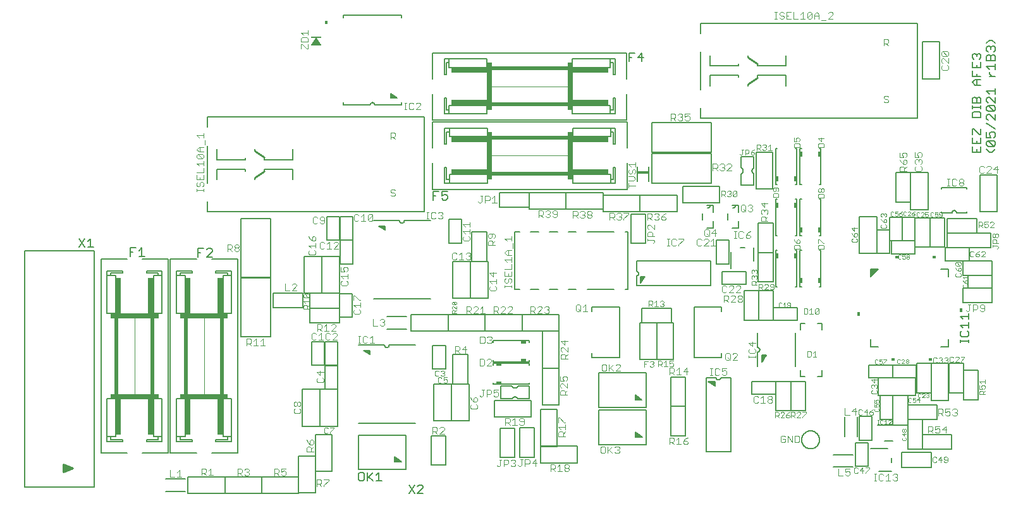
<source format=gto>
G75*
%MOIN*%
%OFA0B0*%
%FSLAX25Y25*%
%IPPOS*%
%LPD*%
%AMOC8*
5,1,8,0,0,1.08239X$1,22.5*
%
%ADD10C,0.00500*%
%ADD11C,0.00600*%
%ADD12C,0.01000*%
%ADD13C,0.00400*%
%ADD14C,0.00100*%
%ADD15R,0.05512X0.00787*%
%ADD16C,0.00300*%
%ADD17C,0.00200*%
%ADD18R,0.04500X0.02500*%
%ADD19R,0.16000X0.02500*%
%ADD20R,0.02000X0.40000*%
%ADD21R,0.03000X0.19000*%
%ADD22C,0.00800*%
%ADD23R,0.03000X0.01512*%
%ADD24R,0.02500X0.04500*%
%ADD25R,0.02500X0.16000*%
%ADD26R,0.40000X0.02000*%
%ADD27R,0.19000X0.03000*%
%ADD28R,0.01512X0.03000*%
%ADD29R,0.05512X0.01756*%
D10*
X0001300Y0035173D02*
X0037914Y0035173D01*
X0037914Y0159858D01*
X0037340Y0161584D02*
X0034337Y0161584D01*
X0035839Y0161584D02*
X0035839Y0166088D01*
X0034337Y0164586D01*
X0032736Y0166088D02*
X0029733Y0161584D01*
X0032736Y0161584D02*
X0029733Y0166088D01*
X0056799Y0161285D02*
X0056799Y0156781D01*
X0056799Y0159033D02*
X0058300Y0159033D01*
X0056799Y0161285D02*
X0059801Y0161285D01*
X0061403Y0159784D02*
X0062904Y0161285D01*
X0062904Y0156781D01*
X0061403Y0156781D02*
X0064405Y0156781D01*
X0092449Y0156481D02*
X0092449Y0160985D01*
X0095451Y0160985D01*
X0097053Y0160234D02*
X0097803Y0160985D01*
X0099305Y0160985D01*
X0100055Y0160234D01*
X0100055Y0159484D01*
X0097053Y0156481D01*
X0100055Y0156481D01*
X0093950Y0158733D02*
X0092449Y0158733D01*
X0115142Y0145573D02*
X0130756Y0145573D01*
X0130756Y0114289D01*
X0115142Y0114289D01*
X0115142Y0145573D01*
X0115142Y0145489D02*
X0130756Y0145489D01*
X0130756Y0176773D01*
X0115142Y0176773D01*
X0115142Y0145489D01*
X0132281Y0137551D02*
X0132281Y0129811D01*
X0147817Y0129811D01*
X0147817Y0137551D01*
X0132281Y0137551D01*
X0148579Y0137245D02*
X0157819Y0137245D01*
X0157819Y0156717D01*
X0148579Y0156717D01*
X0148579Y0137245D01*
X0151531Y0137251D02*
X0167067Y0137251D01*
X0167067Y0129511D01*
X0151531Y0129511D01*
X0151531Y0137251D01*
X0157829Y0137245D02*
X0167069Y0137245D01*
X0167069Y0156717D01*
X0157829Y0156717D01*
X0157829Y0137245D01*
X0167079Y0137230D02*
X0173819Y0137230D01*
X0173819Y0124632D01*
X0167079Y0124632D01*
X0167079Y0137230D01*
X0167067Y0129501D02*
X0151531Y0129501D01*
X0151531Y0121761D01*
X0167067Y0121761D01*
X0167067Y0129501D01*
X0192156Y0124974D02*
X0202542Y0124974D01*
X0204963Y0126051D02*
X0224435Y0126051D01*
X0224435Y0117311D01*
X0204963Y0117311D01*
X0204963Y0126051D01*
X0202542Y0118388D02*
X0192156Y0118388D01*
X0166069Y0111830D02*
X0159329Y0111830D01*
X0159329Y0099232D01*
X0166069Y0099232D01*
X0166069Y0111830D01*
X0159319Y0111830D02*
X0152579Y0111830D01*
X0152579Y0099232D01*
X0159319Y0099232D01*
X0159319Y0111830D01*
X0159329Y0099230D02*
X0166069Y0099230D01*
X0166069Y0086632D01*
X0159329Y0086632D01*
X0159329Y0099230D01*
X0156829Y0086617D02*
X0166069Y0086617D01*
X0166069Y0067145D01*
X0156829Y0067145D01*
X0156829Y0086617D01*
X0156819Y0086617D02*
X0147579Y0086617D01*
X0147579Y0067145D01*
X0156819Y0067145D01*
X0156819Y0086617D01*
X0154429Y0062767D02*
X0163169Y0062767D01*
X0163169Y0043295D01*
X0154429Y0043295D01*
X0154429Y0062767D01*
X0154369Y0051417D02*
X0145629Y0051417D01*
X0145629Y0031945D01*
X0154369Y0031945D01*
X0154369Y0051417D01*
X0145635Y0040451D02*
X0145635Y0031711D01*
X0126163Y0031711D01*
X0126163Y0040451D01*
X0145635Y0040451D01*
X0126135Y0040451D02*
X0126135Y0031711D01*
X0106663Y0031711D01*
X0106663Y0040451D01*
X0126135Y0040451D01*
X0106685Y0040451D02*
X0106685Y0031711D01*
X0087213Y0031711D01*
X0087213Y0040451D01*
X0106685Y0040451D01*
X0085792Y0039374D02*
X0075406Y0039374D01*
X0075406Y0032788D02*
X0085792Y0032788D01*
X0177149Y0039032D02*
X0177899Y0038281D01*
X0179401Y0038281D01*
X0180151Y0039032D01*
X0180151Y0042034D01*
X0179401Y0042785D01*
X0177899Y0042785D01*
X0177149Y0042034D01*
X0177149Y0039032D01*
X0181753Y0039782D02*
X0184755Y0042785D01*
X0186357Y0041284D02*
X0187858Y0042785D01*
X0187858Y0038281D01*
X0186357Y0038281D02*
X0189359Y0038281D01*
X0184755Y0038281D02*
X0182503Y0040533D01*
X0181753Y0042785D02*
X0181753Y0038281D01*
X0203663Y0036181D02*
X0206665Y0031678D01*
X0208267Y0031678D02*
X0211269Y0034680D01*
X0211269Y0035431D01*
X0210518Y0036181D01*
X0209017Y0036181D01*
X0208267Y0035431D01*
X0206665Y0036181D02*
X0203663Y0031678D01*
X0208267Y0031678D02*
X0211269Y0031678D01*
X0215329Y0046613D02*
X0223069Y0046613D01*
X0223069Y0062149D01*
X0215329Y0062149D01*
X0215329Y0046613D01*
X0251729Y0050613D02*
X0251729Y0066149D01*
X0259469Y0066149D01*
X0259469Y0050613D01*
X0251729Y0050613D01*
X0262229Y0050713D02*
X0269969Y0050713D01*
X0269969Y0066249D01*
X0262229Y0066249D01*
X0262229Y0050713D01*
X0273063Y0047861D02*
X0273063Y0056601D01*
X0292535Y0056601D01*
X0292535Y0047861D01*
X0273063Y0047861D01*
X0273029Y0056495D02*
X0281769Y0056495D01*
X0281769Y0075967D01*
X0273029Y0075967D01*
X0273029Y0056495D01*
X0268235Y0072011D02*
X0248763Y0072011D01*
X0248763Y0080751D01*
X0268235Y0080751D01*
X0268235Y0072011D01*
X0274079Y0078295D02*
X0282819Y0078295D01*
X0282819Y0097767D01*
X0274079Y0097767D01*
X0274079Y0078295D01*
X0274079Y0097845D02*
X0282819Y0097845D01*
X0282819Y0117317D01*
X0274079Y0117317D01*
X0274079Y0097845D01*
X0282835Y0117311D02*
X0263363Y0117311D01*
X0263363Y0126051D01*
X0282835Y0126051D01*
X0282835Y0117311D01*
X0263335Y0117311D02*
X0263335Y0126051D01*
X0243863Y0126051D01*
X0243863Y0117311D01*
X0263335Y0117311D01*
X0243885Y0117311D02*
X0243885Y0126051D01*
X0224413Y0126051D01*
X0224413Y0117311D01*
X0243885Y0117311D01*
X0223019Y0109830D02*
X0216279Y0109830D01*
X0216279Y0097232D01*
X0223019Y0097232D01*
X0223019Y0109830D01*
X0226929Y0104999D02*
X0234669Y0104999D01*
X0234669Y0089463D01*
X0226929Y0089463D01*
X0226929Y0104999D01*
X0226179Y0089417D02*
X0235419Y0089417D01*
X0235419Y0069945D01*
X0226179Y0069945D01*
X0226179Y0089417D01*
X0226169Y0089417D02*
X0216929Y0089417D01*
X0216929Y0069945D01*
X0226169Y0069945D01*
X0226169Y0089417D01*
X0226929Y0134595D02*
X0236169Y0134595D01*
X0236169Y0154067D01*
X0226929Y0154067D01*
X0226929Y0134595D01*
X0236179Y0134595D02*
X0245419Y0134595D01*
X0245419Y0154067D01*
X0236179Y0154067D01*
X0236179Y0134595D01*
X0236979Y0154063D02*
X0236979Y0169599D01*
X0244719Y0169599D01*
X0244719Y0154063D01*
X0236979Y0154063D01*
X0231619Y0163832D02*
X0224879Y0163832D01*
X0224879Y0176430D01*
X0231619Y0176430D01*
X0231619Y0163832D01*
X0251581Y0182761D02*
X0251581Y0190501D01*
X0267117Y0190501D01*
X0267117Y0182761D01*
X0251581Y0182761D01*
X0267113Y0181761D02*
X0267113Y0190501D01*
X0286585Y0190501D01*
X0286585Y0181761D01*
X0267113Y0181761D01*
X0286613Y0181761D02*
X0286613Y0190501D01*
X0306085Y0190501D01*
X0306085Y0181761D01*
X0286613Y0181761D01*
X0306113Y0180361D02*
X0306113Y0189101D01*
X0325585Y0189101D01*
X0325585Y0180361D01*
X0306113Y0180361D01*
X0320879Y0179199D02*
X0328619Y0179199D01*
X0328619Y0163663D01*
X0320879Y0163663D01*
X0320879Y0179199D01*
X0325563Y0180361D02*
X0325563Y0189101D01*
X0345035Y0189101D01*
X0345035Y0180361D01*
X0325563Y0180361D01*
X0348163Y0185011D02*
X0348163Y0193751D01*
X0367635Y0193751D01*
X0367635Y0185011D01*
X0348163Y0185011D01*
X0363141Y0195374D02*
X0331857Y0195374D01*
X0331857Y0210988D01*
X0363141Y0210988D01*
X0363141Y0195374D01*
X0386779Y0192245D02*
X0386779Y0211717D01*
X0395519Y0211717D01*
X0395519Y0192245D01*
X0386779Y0192245D01*
X0387979Y0174399D02*
X0395719Y0174399D01*
X0395719Y0158863D01*
X0387979Y0158863D01*
X0387979Y0174399D01*
X0372519Y0165380D02*
X0372519Y0152782D01*
X0365779Y0152782D01*
X0365779Y0165380D01*
X0372519Y0165380D01*
X0387929Y0158799D02*
X0395669Y0158799D01*
X0395669Y0143263D01*
X0387929Y0143263D01*
X0387929Y0158799D01*
X0381398Y0148751D02*
X0368800Y0148751D01*
X0368800Y0142011D01*
X0381398Y0142011D01*
X0381398Y0148751D01*
X0380329Y0138649D02*
X0388069Y0138649D01*
X0388069Y0123113D01*
X0380329Y0123113D01*
X0380329Y0138649D01*
X0388079Y0138649D02*
X0395819Y0138649D01*
X0395819Y0123113D01*
X0388079Y0123113D01*
X0388079Y0138649D01*
X0395850Y0129851D02*
X0408448Y0129851D01*
X0408448Y0123111D01*
X0395850Y0123111D01*
X0395850Y0129851D01*
X0343269Y0121717D02*
X0343269Y0102245D01*
X0334529Y0102245D01*
X0334529Y0121717D01*
X0343269Y0121717D01*
X0342167Y0121811D02*
X0326631Y0121811D01*
X0326631Y0129551D01*
X0342167Y0129551D01*
X0342167Y0121811D01*
X0334569Y0121717D02*
X0325329Y0121717D01*
X0325329Y0102245D01*
X0334569Y0102245D01*
X0334569Y0121717D01*
X0341679Y0093199D02*
X0349419Y0093199D01*
X0349419Y0077663D01*
X0341679Y0077663D01*
X0341679Y0093199D01*
X0341679Y0077649D02*
X0349419Y0077649D01*
X0349419Y0062113D01*
X0341679Y0062113D01*
X0341679Y0077649D01*
X0384650Y0084011D02*
X0384650Y0090751D01*
X0397248Y0090751D01*
X0397248Y0084011D01*
X0384650Y0084011D01*
X0397279Y0090799D02*
X0397279Y0075263D01*
X0405019Y0075263D01*
X0405019Y0090799D01*
X0397279Y0090799D01*
X0405029Y0090799D02*
X0412769Y0090799D01*
X0412769Y0075263D01*
X0405029Y0075263D01*
X0405029Y0090799D01*
X0433556Y0072224D02*
X0433556Y0061838D01*
X0439029Y0058530D02*
X0445769Y0058530D01*
X0445769Y0045932D01*
X0439029Y0045932D01*
X0439029Y0058530D01*
X0441079Y0059782D02*
X0441079Y0072380D01*
X0447819Y0072380D01*
X0447819Y0059782D01*
X0441079Y0059782D01*
X0440142Y0061838D02*
X0440142Y0072224D01*
X0452179Y0070882D02*
X0452179Y0083480D01*
X0458919Y0083480D01*
X0458919Y0070882D01*
X0452179Y0070882D01*
X0458929Y0067813D02*
X0466669Y0067813D01*
X0466669Y0083349D01*
X0458929Y0083349D01*
X0458929Y0067813D01*
X0466679Y0070649D02*
X0474419Y0070649D01*
X0474419Y0055113D01*
X0466679Y0055113D01*
X0466679Y0070649D01*
X0466681Y0070661D02*
X0466681Y0078401D01*
X0482217Y0078401D01*
X0482217Y0070661D01*
X0466681Y0070661D01*
X0474431Y0062851D02*
X0489967Y0062851D01*
X0489967Y0055111D01*
X0474431Y0055111D01*
X0474431Y0062851D01*
X0479167Y0053301D02*
X0463631Y0053301D01*
X0463631Y0045561D01*
X0479167Y0045561D01*
X0479167Y0053301D01*
X0437842Y0052174D02*
X0427456Y0052174D01*
X0427456Y0045588D02*
X0437842Y0045588D01*
X0410775Y0060031D02*
X0410777Y0060168D01*
X0410783Y0060306D01*
X0410793Y0060443D01*
X0410807Y0060579D01*
X0410825Y0060716D01*
X0410847Y0060851D01*
X0410873Y0060986D01*
X0410902Y0061120D01*
X0410936Y0061254D01*
X0410973Y0061386D01*
X0411015Y0061517D01*
X0411060Y0061647D01*
X0411109Y0061775D01*
X0411161Y0061902D01*
X0411218Y0062027D01*
X0411277Y0062151D01*
X0411341Y0062273D01*
X0411408Y0062393D01*
X0411478Y0062511D01*
X0411552Y0062627D01*
X0411629Y0062741D01*
X0411710Y0062852D01*
X0411793Y0062961D01*
X0411880Y0063068D01*
X0411970Y0063171D01*
X0412063Y0063273D01*
X0412159Y0063371D01*
X0412257Y0063467D01*
X0412359Y0063560D01*
X0412462Y0063650D01*
X0412569Y0063737D01*
X0412678Y0063820D01*
X0412789Y0063901D01*
X0412903Y0063978D01*
X0413019Y0064052D01*
X0413137Y0064122D01*
X0413257Y0064189D01*
X0413379Y0064253D01*
X0413503Y0064312D01*
X0413628Y0064369D01*
X0413755Y0064421D01*
X0413883Y0064470D01*
X0414013Y0064515D01*
X0414144Y0064557D01*
X0414276Y0064594D01*
X0414410Y0064628D01*
X0414544Y0064657D01*
X0414679Y0064683D01*
X0414814Y0064705D01*
X0414951Y0064723D01*
X0415087Y0064737D01*
X0415224Y0064747D01*
X0415362Y0064753D01*
X0415499Y0064755D01*
X0415636Y0064753D01*
X0415774Y0064747D01*
X0415911Y0064737D01*
X0416047Y0064723D01*
X0416184Y0064705D01*
X0416319Y0064683D01*
X0416454Y0064657D01*
X0416588Y0064628D01*
X0416722Y0064594D01*
X0416854Y0064557D01*
X0416985Y0064515D01*
X0417115Y0064470D01*
X0417243Y0064421D01*
X0417370Y0064369D01*
X0417495Y0064312D01*
X0417619Y0064253D01*
X0417741Y0064189D01*
X0417861Y0064122D01*
X0417979Y0064052D01*
X0418095Y0063978D01*
X0418209Y0063901D01*
X0418320Y0063820D01*
X0418429Y0063737D01*
X0418536Y0063650D01*
X0418639Y0063560D01*
X0418741Y0063467D01*
X0418839Y0063371D01*
X0418935Y0063273D01*
X0419028Y0063171D01*
X0419118Y0063068D01*
X0419205Y0062961D01*
X0419288Y0062852D01*
X0419369Y0062741D01*
X0419446Y0062627D01*
X0419520Y0062511D01*
X0419590Y0062393D01*
X0419657Y0062273D01*
X0419721Y0062151D01*
X0419780Y0062027D01*
X0419837Y0061902D01*
X0419889Y0061775D01*
X0419938Y0061647D01*
X0419983Y0061517D01*
X0420025Y0061386D01*
X0420062Y0061254D01*
X0420096Y0061120D01*
X0420125Y0060986D01*
X0420151Y0060851D01*
X0420173Y0060716D01*
X0420191Y0060579D01*
X0420205Y0060443D01*
X0420215Y0060306D01*
X0420221Y0060168D01*
X0420223Y0060031D01*
X0420221Y0059894D01*
X0420215Y0059756D01*
X0420205Y0059619D01*
X0420191Y0059483D01*
X0420173Y0059346D01*
X0420151Y0059211D01*
X0420125Y0059076D01*
X0420096Y0058942D01*
X0420062Y0058808D01*
X0420025Y0058676D01*
X0419983Y0058545D01*
X0419938Y0058415D01*
X0419889Y0058287D01*
X0419837Y0058160D01*
X0419780Y0058035D01*
X0419721Y0057911D01*
X0419657Y0057789D01*
X0419590Y0057669D01*
X0419520Y0057551D01*
X0419446Y0057435D01*
X0419369Y0057321D01*
X0419288Y0057210D01*
X0419205Y0057101D01*
X0419118Y0056994D01*
X0419028Y0056891D01*
X0418935Y0056789D01*
X0418839Y0056691D01*
X0418741Y0056595D01*
X0418639Y0056502D01*
X0418536Y0056412D01*
X0418429Y0056325D01*
X0418320Y0056242D01*
X0418209Y0056161D01*
X0418095Y0056084D01*
X0417979Y0056010D01*
X0417861Y0055940D01*
X0417741Y0055873D01*
X0417619Y0055809D01*
X0417495Y0055750D01*
X0417370Y0055693D01*
X0417243Y0055641D01*
X0417115Y0055592D01*
X0416985Y0055547D01*
X0416854Y0055505D01*
X0416722Y0055468D01*
X0416588Y0055434D01*
X0416454Y0055405D01*
X0416319Y0055379D01*
X0416184Y0055357D01*
X0416047Y0055339D01*
X0415911Y0055325D01*
X0415774Y0055315D01*
X0415636Y0055309D01*
X0415499Y0055307D01*
X0415362Y0055309D01*
X0415224Y0055315D01*
X0415087Y0055325D01*
X0414951Y0055339D01*
X0414814Y0055357D01*
X0414679Y0055379D01*
X0414544Y0055405D01*
X0414410Y0055434D01*
X0414276Y0055468D01*
X0414144Y0055505D01*
X0414013Y0055547D01*
X0413883Y0055592D01*
X0413755Y0055641D01*
X0413628Y0055693D01*
X0413503Y0055750D01*
X0413379Y0055809D01*
X0413257Y0055873D01*
X0413137Y0055940D01*
X0413019Y0056010D01*
X0412903Y0056084D01*
X0412789Y0056161D01*
X0412678Y0056242D01*
X0412569Y0056325D01*
X0412462Y0056412D01*
X0412359Y0056502D01*
X0412257Y0056595D01*
X0412159Y0056691D01*
X0412063Y0056789D01*
X0411970Y0056891D01*
X0411880Y0056994D01*
X0411793Y0057101D01*
X0411710Y0057210D01*
X0411629Y0057321D01*
X0411552Y0057435D01*
X0411478Y0057551D01*
X0411408Y0057669D01*
X0411341Y0057789D01*
X0411277Y0057911D01*
X0411218Y0058035D01*
X0411161Y0058160D01*
X0411109Y0058287D01*
X0411060Y0058415D01*
X0411015Y0058545D01*
X0410973Y0058676D01*
X0410936Y0058808D01*
X0410902Y0058942D01*
X0410873Y0059076D01*
X0410847Y0059211D01*
X0410825Y0059346D01*
X0410807Y0059483D01*
X0410793Y0059619D01*
X0410783Y0059756D01*
X0410777Y0059894D01*
X0410775Y0060031D01*
X0451263Y0083511D02*
X0451263Y0092751D01*
X0470735Y0092751D01*
X0470735Y0083511D01*
X0451263Y0083511D01*
X0446100Y0092761D02*
X0446100Y0099501D01*
X0458698Y0099501D01*
X0458698Y0092761D01*
X0446100Y0092761D01*
X0458700Y0092761D02*
X0458700Y0099501D01*
X0471298Y0099501D01*
X0471298Y0092761D01*
X0458700Y0092761D01*
X0471329Y0100399D02*
X0479069Y0100399D01*
X0479069Y0084863D01*
X0471329Y0084863D01*
X0471329Y0100399D01*
X0479079Y0100367D02*
X0488319Y0100367D01*
X0488319Y0080895D01*
X0479079Y0080895D01*
X0479079Y0100367D01*
X0488329Y0100399D02*
X0496069Y0100399D01*
X0496069Y0084863D01*
X0488329Y0084863D01*
X0488329Y0100399D01*
X0496079Y0096649D02*
X0503819Y0096649D01*
X0503819Y0081113D01*
X0496079Y0081113D01*
X0496079Y0096649D01*
X0494395Y0111331D02*
X0494395Y0112832D01*
X0494395Y0112082D02*
X0498899Y0112082D01*
X0498899Y0112832D02*
X0498899Y0111331D01*
X0498148Y0114400D02*
X0495146Y0114400D01*
X0494395Y0115151D01*
X0494395Y0116652D01*
X0495146Y0117403D01*
X0495896Y0119004D02*
X0494395Y0120506D01*
X0498899Y0120506D01*
X0498899Y0122007D02*
X0498899Y0119004D01*
X0498148Y0117403D02*
X0498899Y0116652D01*
X0498899Y0115151D01*
X0498148Y0114400D01*
X0498899Y0123608D02*
X0498899Y0126611D01*
X0498899Y0125110D02*
X0494395Y0125110D01*
X0495896Y0123608D01*
X0495681Y0132261D02*
X0495681Y0140001D01*
X0511217Y0140001D01*
X0511217Y0132261D01*
X0495681Y0132261D01*
X0498600Y0140061D02*
X0498600Y0146801D01*
X0511198Y0146801D01*
X0511198Y0140061D01*
X0498600Y0140061D01*
X0495681Y0146811D02*
X0495681Y0154551D01*
X0511217Y0154551D01*
X0511217Y0146811D01*
X0495681Y0146811D01*
X0499048Y0154561D02*
X0486450Y0154561D01*
X0486450Y0161301D01*
X0499048Y0161301D01*
X0499048Y0154561D01*
X0487641Y0161311D02*
X0487641Y0169051D01*
X0510657Y0169051D01*
X0510657Y0161311D01*
X0487641Y0161311D01*
X0486069Y0161613D02*
X0478329Y0161613D01*
X0478329Y0177149D01*
X0486069Y0177149D01*
X0486069Y0161613D01*
X0478369Y0161613D02*
X0470629Y0161613D01*
X0470629Y0177149D01*
X0478369Y0177149D01*
X0478369Y0161613D01*
X0470648Y0164901D02*
X0470648Y0158161D01*
X0458050Y0158161D01*
X0458050Y0164901D01*
X0470648Y0164901D01*
X0470619Y0164932D02*
X0463879Y0164932D01*
X0463879Y0177530D01*
X0470619Y0177530D01*
X0470619Y0164932D01*
X0463919Y0164932D02*
X0457179Y0164932D01*
X0457179Y0177530D01*
X0463919Y0177530D01*
X0463919Y0164932D01*
X0457219Y0170830D02*
X0450479Y0170830D01*
X0450479Y0158232D01*
X0457219Y0158232D01*
X0457219Y0170830D01*
X0450469Y0177717D02*
X0441229Y0177717D01*
X0441229Y0158245D01*
X0450469Y0158245D01*
X0450469Y0177717D01*
X0460379Y0185513D02*
X0460379Y0201049D01*
X0468119Y0201049D01*
X0468119Y0185513D01*
X0460379Y0185513D01*
X0468129Y0181545D02*
X0477369Y0181545D01*
X0477369Y0201017D01*
X0468129Y0201017D01*
X0468129Y0181545D01*
X0487631Y0176851D02*
X0487631Y0169111D01*
X0503167Y0169111D01*
X0503167Y0176851D01*
X0487631Y0176851D01*
X0504729Y0180345D02*
X0513969Y0180345D01*
X0513969Y0199817D01*
X0504729Y0199817D01*
X0504729Y0180345D01*
X0505249Y0211781D02*
X0500745Y0211781D01*
X0500745Y0214784D01*
X0500745Y0216385D02*
X0505249Y0216385D01*
X0505249Y0219388D01*
X0505249Y0220989D02*
X0505249Y0223992D01*
X0505249Y0220989D02*
X0504498Y0220989D01*
X0501496Y0223992D01*
X0500745Y0223992D01*
X0500745Y0220989D01*
X0500745Y0219388D02*
X0500745Y0216385D01*
X0502997Y0216385D02*
X0502997Y0217886D01*
X0505249Y0214784D02*
X0505249Y0211781D01*
X0502997Y0211781D02*
X0502997Y0213282D01*
X0508245Y0213282D02*
X0509746Y0211781D01*
X0511248Y0211781D01*
X0512749Y0213282D01*
X0511998Y0214850D02*
X0508996Y0217853D01*
X0511998Y0217853D01*
X0512749Y0217102D01*
X0512749Y0215601D01*
X0511998Y0214850D01*
X0508996Y0214850D01*
X0508245Y0215601D01*
X0508245Y0217102D01*
X0508996Y0217853D01*
X0508245Y0219454D02*
X0510497Y0219454D01*
X0509746Y0220956D01*
X0509746Y0221706D01*
X0510497Y0222457D01*
X0511998Y0222457D01*
X0512749Y0221706D01*
X0512749Y0220205D01*
X0511998Y0219454D01*
X0508245Y0219454D02*
X0508245Y0222457D01*
X0508245Y0227061D02*
X0512749Y0224058D01*
X0512749Y0228662D02*
X0509746Y0231665D01*
X0508996Y0231665D01*
X0508245Y0230914D01*
X0508245Y0229413D01*
X0508996Y0228662D01*
X0512749Y0228662D02*
X0512749Y0231665D01*
X0511998Y0233266D02*
X0508996Y0236269D01*
X0511998Y0236269D01*
X0512749Y0235518D01*
X0512749Y0234017D01*
X0511998Y0233266D01*
X0508996Y0233266D01*
X0508245Y0234017D01*
X0508245Y0235518D01*
X0508996Y0236269D01*
X0508996Y0237870D02*
X0508245Y0238621D01*
X0508245Y0240122D01*
X0508996Y0240873D01*
X0509746Y0240873D01*
X0512749Y0237870D01*
X0512749Y0240873D01*
X0512749Y0242474D02*
X0512749Y0245476D01*
X0512749Y0243975D02*
X0508245Y0243975D01*
X0509746Y0242474D01*
X0505249Y0240122D02*
X0505249Y0237870D01*
X0500745Y0237870D01*
X0500745Y0240122D01*
X0501496Y0240873D01*
X0502246Y0240873D01*
X0502997Y0240122D01*
X0502997Y0237870D01*
X0502997Y0240122D02*
X0503748Y0240873D01*
X0504498Y0240873D01*
X0505249Y0240122D01*
X0505249Y0236302D02*
X0505249Y0234801D01*
X0505249Y0235551D02*
X0500745Y0235551D01*
X0500745Y0234801D02*
X0500745Y0236302D01*
X0501496Y0233199D02*
X0500745Y0232449D01*
X0500745Y0230197D01*
X0505249Y0230197D01*
X0505249Y0232449D01*
X0504498Y0233199D01*
X0501496Y0233199D01*
X0502246Y0247078D02*
X0500745Y0248579D01*
X0502246Y0250080D01*
X0505249Y0250080D01*
X0505249Y0251682D02*
X0500745Y0251682D01*
X0500745Y0254684D01*
X0500745Y0256286D02*
X0505249Y0256286D01*
X0505249Y0259288D01*
X0504498Y0260890D02*
X0505249Y0261640D01*
X0505249Y0263142D01*
X0504498Y0263892D01*
X0503748Y0263892D01*
X0502997Y0263142D01*
X0502997Y0262391D01*
X0502997Y0263142D02*
X0502246Y0263892D01*
X0501496Y0263892D01*
X0500745Y0263142D01*
X0500745Y0261640D01*
X0501496Y0260890D01*
X0500745Y0259288D02*
X0500745Y0256286D01*
X0502997Y0256286D02*
X0502997Y0257787D01*
X0508245Y0257020D02*
X0512749Y0257020D01*
X0512749Y0258521D02*
X0512749Y0255518D01*
X0509746Y0255518D02*
X0508245Y0257020D01*
X0508245Y0260122D02*
X0508245Y0262374D01*
X0508996Y0263125D01*
X0509746Y0263125D01*
X0510497Y0262374D01*
X0510497Y0260122D01*
X0512749Y0260122D02*
X0512749Y0262374D01*
X0511998Y0263125D01*
X0511248Y0263125D01*
X0510497Y0262374D01*
X0511998Y0264726D02*
X0512749Y0265477D01*
X0512749Y0266978D01*
X0511998Y0267729D01*
X0511248Y0267729D01*
X0510497Y0266978D01*
X0510497Y0266228D01*
X0510497Y0266978D02*
X0509746Y0267729D01*
X0508996Y0267729D01*
X0508245Y0266978D01*
X0508245Y0265477D01*
X0508996Y0264726D01*
X0508245Y0260122D02*
X0512749Y0260122D01*
X0509746Y0253934D02*
X0509746Y0253183D01*
X0511248Y0251682D01*
X0512749Y0251682D02*
X0509746Y0251682D01*
X0505249Y0247078D02*
X0502246Y0247078D01*
X0502997Y0247078D02*
X0502997Y0250080D01*
X0502997Y0251682D02*
X0502997Y0253183D01*
X0483619Y0250495D02*
X0474379Y0250495D01*
X0474379Y0269967D01*
X0483619Y0269967D01*
X0483619Y0250495D01*
X0508245Y0269330D02*
X0509746Y0270831D01*
X0511248Y0270831D01*
X0512749Y0269330D01*
X0363191Y0227488D02*
X0363191Y0211874D01*
X0331907Y0211874D01*
X0331907Y0227488D01*
X0363191Y0227488D01*
X0326655Y0259631D02*
X0326655Y0264135D01*
X0324403Y0261883D01*
X0327405Y0261883D01*
X0322801Y0264135D02*
X0319799Y0264135D01*
X0319799Y0259631D01*
X0319799Y0261883D02*
X0321300Y0261883D01*
X0224055Y0190985D02*
X0221053Y0190985D01*
X0221053Y0188733D01*
X0222554Y0189484D01*
X0223305Y0189484D01*
X0224055Y0188733D01*
X0224055Y0187232D01*
X0223305Y0186481D01*
X0221803Y0186481D01*
X0221053Y0187232D01*
X0217950Y0188733D02*
X0216449Y0188733D01*
X0216449Y0186481D02*
X0216449Y0190985D01*
X0219451Y0190985D01*
X0174069Y0177880D02*
X0167329Y0177880D01*
X0167329Y0165282D01*
X0174069Y0165282D01*
X0174069Y0177880D01*
X0167319Y0177880D02*
X0160579Y0177880D01*
X0160579Y0165282D01*
X0167319Y0165282D01*
X0167319Y0177880D01*
X0167329Y0165280D02*
X0174069Y0165280D01*
X0174069Y0152682D01*
X0167329Y0152682D01*
X0167329Y0165280D01*
D11*
X0187849Y0172781D02*
X0191099Y0170781D01*
X0191099Y0172781D01*
X0187849Y0172781D01*
X0188284Y0172513D02*
X0191099Y0172513D01*
X0191099Y0171915D02*
X0189256Y0171915D01*
X0190229Y0171316D02*
X0191099Y0171316D01*
X0185099Y0175631D02*
X0198899Y0175631D01*
X0198901Y0175562D01*
X0198907Y0175494D01*
X0198917Y0175426D01*
X0198930Y0175359D01*
X0198948Y0175293D01*
X0198969Y0175228D01*
X0198994Y0175164D01*
X0199022Y0175102D01*
X0199054Y0175041D01*
X0199089Y0174982D01*
X0199128Y0174926D01*
X0199170Y0174871D01*
X0199215Y0174820D01*
X0199263Y0174770D01*
X0199313Y0174724D01*
X0199366Y0174681D01*
X0199422Y0174640D01*
X0199479Y0174603D01*
X0199539Y0174570D01*
X0199601Y0174539D01*
X0199664Y0174513D01*
X0199728Y0174490D01*
X0199794Y0174470D01*
X0199861Y0174455D01*
X0199928Y0174443D01*
X0199996Y0174435D01*
X0200065Y0174431D01*
X0200133Y0174431D01*
X0200202Y0174435D01*
X0200270Y0174443D01*
X0200337Y0174455D01*
X0200404Y0174470D01*
X0200470Y0174490D01*
X0200534Y0174513D01*
X0200597Y0174539D01*
X0200659Y0174570D01*
X0200719Y0174603D01*
X0200776Y0174640D01*
X0200832Y0174681D01*
X0200885Y0174724D01*
X0200935Y0174770D01*
X0200983Y0174820D01*
X0201028Y0174871D01*
X0201070Y0174926D01*
X0201109Y0174982D01*
X0201144Y0175041D01*
X0201176Y0175102D01*
X0201204Y0175164D01*
X0201229Y0175228D01*
X0201250Y0175293D01*
X0201268Y0175359D01*
X0201281Y0175426D01*
X0201291Y0175494D01*
X0201297Y0175562D01*
X0201299Y0175631D01*
X0215099Y0175631D01*
X0216318Y0192215D02*
X0216318Y0205931D01*
X0222499Y0203681D02*
X0223499Y0203681D01*
X0223499Y0197431D01*
X0224999Y0197431D01*
X0224999Y0199931D01*
X0244999Y0199931D01*
X0244999Y0195431D01*
X0224999Y0195431D01*
X0222499Y0195431D01*
X0222499Y0203681D01*
X0224999Y0197431D02*
X0224999Y0195431D01*
X0216318Y0192215D02*
X0318680Y0192215D01*
X0318680Y0205931D01*
X0324196Y0204168D02*
X0324196Y0196294D01*
X0330102Y0196294D02*
X0330102Y0204168D01*
X0312499Y0203681D02*
X0312499Y0195431D01*
X0309999Y0195431D01*
X0309999Y0199931D01*
X0289999Y0199931D01*
X0289999Y0195431D01*
X0309999Y0195431D01*
X0309999Y0197431D02*
X0311499Y0197431D01*
X0311499Y0203681D01*
X0312499Y0203681D01*
X0318680Y0213931D02*
X0318680Y0227648D01*
X0216318Y0227648D01*
X0216318Y0213931D01*
X0222499Y0216181D02*
X0223499Y0216181D01*
X0223499Y0222431D01*
X0224999Y0222431D01*
X0224999Y0224431D02*
X0222499Y0224431D01*
X0222499Y0216181D01*
X0224999Y0219931D02*
X0244999Y0219931D01*
X0244999Y0224431D01*
X0224999Y0224431D01*
X0224999Y0219931D01*
X0216268Y0228765D02*
X0216268Y0242481D01*
X0222449Y0240231D02*
X0223449Y0240231D01*
X0223449Y0233981D01*
X0224949Y0233981D01*
X0224949Y0236481D01*
X0244949Y0236481D01*
X0244949Y0231981D01*
X0224949Y0231981D01*
X0222449Y0231981D01*
X0222449Y0240231D01*
X0224949Y0233981D02*
X0224949Y0231981D01*
X0216268Y0228765D02*
X0318630Y0228765D01*
X0318630Y0242481D01*
X0312449Y0240231D02*
X0311449Y0240231D01*
X0311449Y0233981D01*
X0309949Y0233981D01*
X0309949Y0231981D02*
X0312449Y0231981D01*
X0312449Y0240231D01*
X0309949Y0236481D02*
X0289949Y0236481D01*
X0289949Y0231981D01*
X0309949Y0231981D01*
X0309949Y0236481D01*
X0318630Y0250481D02*
X0318630Y0264198D01*
X0216268Y0264198D01*
X0216268Y0250481D01*
X0222449Y0252731D02*
X0223449Y0252731D01*
X0223449Y0258981D01*
X0224949Y0258981D01*
X0224949Y0260981D02*
X0224949Y0256481D01*
X0244949Y0256481D01*
X0244949Y0260981D01*
X0224949Y0260981D01*
X0222449Y0260981D01*
X0222449Y0252731D01*
X0199899Y0237931D02*
X0199899Y0236731D01*
X0185699Y0236731D01*
X0185697Y0236800D01*
X0185691Y0236868D01*
X0185681Y0236936D01*
X0185668Y0237003D01*
X0185650Y0237069D01*
X0185629Y0237134D01*
X0185604Y0237198D01*
X0185576Y0237260D01*
X0185544Y0237321D01*
X0185509Y0237380D01*
X0185470Y0237436D01*
X0185428Y0237491D01*
X0185383Y0237542D01*
X0185335Y0237592D01*
X0185285Y0237638D01*
X0185232Y0237681D01*
X0185176Y0237722D01*
X0185119Y0237759D01*
X0185059Y0237792D01*
X0184997Y0237823D01*
X0184934Y0237849D01*
X0184870Y0237872D01*
X0184804Y0237892D01*
X0184737Y0237907D01*
X0184670Y0237919D01*
X0184602Y0237927D01*
X0184533Y0237931D01*
X0184465Y0237931D01*
X0184396Y0237927D01*
X0184328Y0237919D01*
X0184261Y0237907D01*
X0184194Y0237892D01*
X0184128Y0237872D01*
X0184064Y0237849D01*
X0184001Y0237823D01*
X0183939Y0237792D01*
X0183879Y0237759D01*
X0183822Y0237722D01*
X0183766Y0237681D01*
X0183713Y0237638D01*
X0183663Y0237592D01*
X0183615Y0237542D01*
X0183570Y0237491D01*
X0183528Y0237436D01*
X0183489Y0237380D01*
X0183454Y0237321D01*
X0183422Y0237260D01*
X0183394Y0237198D01*
X0183369Y0237134D01*
X0183348Y0237069D01*
X0183330Y0237003D01*
X0183317Y0236936D01*
X0183307Y0236868D01*
X0183301Y0236800D01*
X0183299Y0236731D01*
X0169099Y0236731D01*
X0169099Y0237931D01*
X0194049Y0240281D02*
X0194049Y0242781D01*
X0197549Y0240281D01*
X0194049Y0240281D01*
X0194049Y0240744D02*
X0196901Y0240744D01*
X0196063Y0241342D02*
X0194049Y0241342D01*
X0194049Y0241941D02*
X0195225Y0241941D01*
X0194387Y0242539D02*
X0194049Y0242539D01*
X0157099Y0268481D02*
X0152349Y0268481D01*
X0154849Y0271731D01*
X0157099Y0268481D01*
X0156827Y0268874D02*
X0152651Y0268874D01*
X0153111Y0269472D02*
X0156413Y0269472D01*
X0155998Y0270071D02*
X0153572Y0270071D01*
X0154032Y0270669D02*
X0155584Y0270669D01*
X0155170Y0271268D02*
X0154492Y0271268D01*
X0169099Y0282731D02*
X0169099Y0283931D01*
X0199899Y0283931D01*
X0199899Y0282731D01*
X0289949Y0260981D02*
X0289949Y0256481D01*
X0309949Y0256481D01*
X0309949Y0258981D01*
X0311449Y0258981D01*
X0311449Y0252731D01*
X0312449Y0252731D01*
X0312449Y0260981D01*
X0309949Y0260981D01*
X0289949Y0260981D01*
X0309949Y0260981D02*
X0309949Y0258981D01*
X0362549Y0257231D02*
X0362549Y0262731D01*
X0362549Y0257231D02*
X0377549Y0257231D01*
X0377549Y0258231D01*
X0382549Y0261731D02*
X0382549Y0262731D01*
X0387549Y0258231D02*
X0387549Y0257231D01*
X0402549Y0257231D01*
X0402549Y0262731D01*
X0402549Y0252231D02*
X0387549Y0252231D01*
X0387549Y0251231D01*
X0382549Y0247731D02*
X0382549Y0246731D01*
X0377549Y0251231D02*
X0377549Y0252231D01*
X0362549Y0252231D01*
X0362549Y0246731D01*
X0402549Y0246731D02*
X0402549Y0252231D01*
X0397949Y0213781D02*
X0397137Y0213781D01*
X0397137Y0194581D01*
X0397949Y0194581D01*
X0397949Y0186981D02*
X0397137Y0186981D01*
X0397137Y0167781D01*
X0397949Y0167781D01*
X0407349Y0167781D02*
X0408161Y0167781D01*
X0408161Y0186981D01*
X0407349Y0186981D01*
X0409887Y0186981D02*
X0410699Y0186981D01*
X0409887Y0186981D02*
X0409887Y0167781D01*
X0410699Y0167781D01*
X0420099Y0167781D02*
X0420911Y0167781D01*
X0420911Y0186981D01*
X0420099Y0186981D01*
X0420099Y0194581D02*
X0420911Y0194581D01*
X0420911Y0213781D01*
X0420099Y0213781D01*
X0410699Y0213781D02*
X0409887Y0213781D01*
X0409887Y0194581D01*
X0410699Y0194581D01*
X0408161Y0194581D02*
X0407349Y0194581D01*
X0408161Y0194581D02*
X0408161Y0213781D01*
X0407349Y0213781D01*
X0377449Y0183681D02*
X0375849Y0183681D01*
X0374249Y0183681D01*
X0374549Y0182481D02*
X0374617Y0182477D01*
X0374686Y0182478D01*
X0374754Y0182482D01*
X0374822Y0182490D01*
X0374890Y0182501D01*
X0374957Y0182517D01*
X0375023Y0182537D01*
X0375087Y0182560D01*
X0375150Y0182587D01*
X0375212Y0182617D01*
X0375271Y0182651D01*
X0375329Y0182688D01*
X0375384Y0182729D01*
X0375437Y0182772D01*
X0375488Y0182819D01*
X0375535Y0182868D01*
X0375580Y0182920D01*
X0375622Y0182975D01*
X0375661Y0183031D01*
X0375696Y0183090D01*
X0375728Y0183151D01*
X0375756Y0183213D01*
X0375781Y0183278D01*
X0375802Y0183343D01*
X0375819Y0183409D01*
X0375832Y0183477D01*
X0375842Y0183544D01*
X0375847Y0183613D01*
X0375849Y0183681D01*
X0377449Y0183681D02*
X0377449Y0180181D01*
X0377449Y0175381D02*
X0377449Y0171881D01*
X0374249Y0171881D01*
X0371849Y0176181D02*
X0371849Y0179381D01*
X0364149Y0180181D02*
X0364149Y0183681D01*
X0362549Y0183681D01*
X0360949Y0183681D01*
X0361249Y0182481D02*
X0361317Y0182477D01*
X0361386Y0182478D01*
X0361454Y0182482D01*
X0361522Y0182490D01*
X0361590Y0182501D01*
X0361657Y0182517D01*
X0361723Y0182537D01*
X0361787Y0182560D01*
X0361850Y0182587D01*
X0361912Y0182617D01*
X0361971Y0182651D01*
X0362029Y0182688D01*
X0362084Y0182729D01*
X0362137Y0182772D01*
X0362188Y0182819D01*
X0362235Y0182868D01*
X0362280Y0182920D01*
X0362322Y0182975D01*
X0362361Y0183031D01*
X0362396Y0183090D01*
X0362428Y0183151D01*
X0362456Y0183213D01*
X0362481Y0183278D01*
X0362502Y0183343D01*
X0362519Y0183409D01*
X0362532Y0183477D01*
X0362542Y0183544D01*
X0362547Y0183613D01*
X0362549Y0183681D01*
X0358549Y0179381D02*
X0358549Y0176181D01*
X0364149Y0175381D02*
X0364149Y0171881D01*
X0360949Y0171881D01*
X0378349Y0161331D02*
X0380949Y0161331D01*
X0385649Y0161331D02*
X0385649Y0154531D01*
X0373649Y0150231D02*
X0373649Y0159131D01*
X0362699Y0154281D02*
X0323699Y0154281D01*
X0323699Y0149031D01*
X0323768Y0149029D01*
X0323836Y0149023D01*
X0323904Y0149013D01*
X0323971Y0149000D01*
X0324037Y0148982D01*
X0324102Y0148961D01*
X0324166Y0148936D01*
X0324228Y0148908D01*
X0324289Y0148876D01*
X0324348Y0148841D01*
X0324404Y0148802D01*
X0324459Y0148760D01*
X0324510Y0148715D01*
X0324560Y0148667D01*
X0324606Y0148617D01*
X0324649Y0148564D01*
X0324690Y0148508D01*
X0324727Y0148451D01*
X0324760Y0148391D01*
X0324791Y0148329D01*
X0324817Y0148266D01*
X0324840Y0148202D01*
X0324860Y0148136D01*
X0324875Y0148069D01*
X0324887Y0148002D01*
X0324895Y0147934D01*
X0324899Y0147865D01*
X0324899Y0147797D01*
X0324895Y0147728D01*
X0324887Y0147660D01*
X0324875Y0147593D01*
X0324860Y0147526D01*
X0324840Y0147460D01*
X0324817Y0147396D01*
X0324791Y0147333D01*
X0324760Y0147271D01*
X0324727Y0147211D01*
X0324690Y0147154D01*
X0324649Y0147098D01*
X0324606Y0147045D01*
X0324560Y0146995D01*
X0324510Y0146947D01*
X0324459Y0146902D01*
X0324404Y0146860D01*
X0324348Y0146821D01*
X0324289Y0146786D01*
X0324228Y0146754D01*
X0324166Y0146726D01*
X0324102Y0146701D01*
X0324037Y0146680D01*
X0323971Y0146662D01*
X0323904Y0146649D01*
X0323836Y0146639D01*
X0323768Y0146633D01*
X0323699Y0146631D01*
X0323699Y0141381D01*
X0362699Y0141381D01*
X0362699Y0154281D01*
X0397137Y0160081D02*
X0397137Y0140881D01*
X0397949Y0140881D01*
X0407349Y0140881D02*
X0408161Y0140881D01*
X0408161Y0160081D01*
X0407349Y0160081D01*
X0409887Y0160081D02*
X0410699Y0160081D01*
X0409887Y0160081D02*
X0409887Y0140881D01*
X0410699Y0140881D01*
X0420099Y0140881D02*
X0420911Y0140881D01*
X0420911Y0160081D01*
X0420099Y0160081D01*
X0397949Y0160081D02*
X0397137Y0160081D01*
X0447049Y0150131D02*
X0447049Y0146131D01*
X0451049Y0150131D01*
X0447049Y0150131D01*
X0447049Y0149770D02*
X0450688Y0149770D01*
X0450089Y0149171D02*
X0447049Y0149171D01*
X0447049Y0148573D02*
X0449491Y0148573D01*
X0448892Y0147974D02*
X0447049Y0147974D01*
X0447049Y0147376D02*
X0448294Y0147376D01*
X0447695Y0146777D02*
X0447049Y0146777D01*
X0447049Y0146179D02*
X0447097Y0146179D01*
X0484249Y0150131D02*
X0488249Y0150131D01*
X0488249Y0146131D01*
X0490049Y0179831D02*
X0484649Y0179831D01*
X0484649Y0180431D01*
X0490049Y0179831D02*
X0490051Y0179900D01*
X0490057Y0179968D01*
X0490067Y0180036D01*
X0490080Y0180103D01*
X0490098Y0180169D01*
X0490119Y0180234D01*
X0490144Y0180298D01*
X0490172Y0180360D01*
X0490204Y0180421D01*
X0490239Y0180480D01*
X0490278Y0180536D01*
X0490320Y0180591D01*
X0490365Y0180642D01*
X0490413Y0180692D01*
X0490463Y0180738D01*
X0490516Y0180781D01*
X0490572Y0180822D01*
X0490629Y0180859D01*
X0490689Y0180892D01*
X0490751Y0180923D01*
X0490814Y0180949D01*
X0490878Y0180972D01*
X0490944Y0180992D01*
X0491011Y0181007D01*
X0491078Y0181019D01*
X0491146Y0181027D01*
X0491215Y0181031D01*
X0491283Y0181031D01*
X0491352Y0181027D01*
X0491420Y0181019D01*
X0491487Y0181007D01*
X0491554Y0180992D01*
X0491620Y0180972D01*
X0491684Y0180949D01*
X0491747Y0180923D01*
X0491809Y0180892D01*
X0491869Y0180859D01*
X0491926Y0180822D01*
X0491982Y0180781D01*
X0492035Y0180738D01*
X0492085Y0180692D01*
X0492133Y0180642D01*
X0492178Y0180591D01*
X0492220Y0180536D01*
X0492259Y0180480D01*
X0492294Y0180421D01*
X0492326Y0180360D01*
X0492354Y0180298D01*
X0492379Y0180234D01*
X0492400Y0180169D01*
X0492418Y0180103D01*
X0492431Y0180036D01*
X0492441Y0179968D01*
X0492447Y0179900D01*
X0492449Y0179831D01*
X0497849Y0179831D01*
X0497849Y0180431D01*
X0497849Y0192431D02*
X0497849Y0193031D01*
X0484649Y0193031D01*
X0484649Y0192431D01*
X0368649Y0129931D02*
X0368649Y0127731D01*
X0368649Y0129931D02*
X0354049Y0129931D01*
X0354049Y0103531D01*
X0368649Y0103531D01*
X0368649Y0105731D01*
X0387499Y0106381D02*
X0387499Y0098781D01*
X0389749Y0101081D02*
X0392249Y0104581D01*
X0389749Y0104581D01*
X0389749Y0101081D01*
X0389749Y0101291D02*
X0389898Y0101291D01*
X0389749Y0101889D02*
X0390326Y0101889D01*
X0390753Y0102488D02*
X0389749Y0102488D01*
X0389749Y0103086D02*
X0391181Y0103086D01*
X0391608Y0103685D02*
X0389749Y0103685D01*
X0389749Y0104283D02*
X0392036Y0104283D01*
X0387499Y0106381D02*
X0387568Y0106383D01*
X0387636Y0106389D01*
X0387704Y0106399D01*
X0387771Y0106412D01*
X0387837Y0106430D01*
X0387902Y0106451D01*
X0387966Y0106476D01*
X0388028Y0106504D01*
X0388089Y0106536D01*
X0388148Y0106571D01*
X0388204Y0106610D01*
X0388259Y0106652D01*
X0388310Y0106697D01*
X0388360Y0106745D01*
X0388406Y0106795D01*
X0388449Y0106848D01*
X0388490Y0106904D01*
X0388527Y0106961D01*
X0388560Y0107021D01*
X0388591Y0107083D01*
X0388617Y0107146D01*
X0388640Y0107210D01*
X0388660Y0107276D01*
X0388675Y0107343D01*
X0388687Y0107410D01*
X0388695Y0107478D01*
X0388699Y0107547D01*
X0388699Y0107615D01*
X0388695Y0107684D01*
X0388687Y0107752D01*
X0388675Y0107819D01*
X0388660Y0107886D01*
X0388640Y0107952D01*
X0388617Y0108016D01*
X0388591Y0108079D01*
X0388560Y0108141D01*
X0388527Y0108201D01*
X0388490Y0108258D01*
X0388449Y0108314D01*
X0388406Y0108367D01*
X0388360Y0108417D01*
X0388310Y0108465D01*
X0388259Y0108510D01*
X0388204Y0108552D01*
X0388148Y0108591D01*
X0388089Y0108626D01*
X0388028Y0108658D01*
X0387966Y0108686D01*
X0387902Y0108711D01*
X0387837Y0108732D01*
X0387771Y0108750D01*
X0387704Y0108763D01*
X0387636Y0108773D01*
X0387568Y0108779D01*
X0387499Y0108781D01*
X0387499Y0116381D01*
X0407499Y0116381D02*
X0407499Y0098781D01*
X0410149Y0096631D02*
X0410149Y0093431D01*
X0412349Y0093431D01*
X0419149Y0093431D02*
X0421349Y0093431D01*
X0421349Y0096631D01*
X0447049Y0108931D02*
X0447049Y0112931D01*
X0447049Y0108931D02*
X0451049Y0108931D01*
X0421449Y0118081D02*
X0421449Y0121281D01*
X0419249Y0121281D01*
X0412449Y0121281D02*
X0410249Y0121281D01*
X0410249Y0118081D01*
X0373349Y0092831D02*
X0368099Y0092831D01*
X0368097Y0092762D01*
X0368091Y0092694D01*
X0368081Y0092626D01*
X0368068Y0092559D01*
X0368050Y0092493D01*
X0368029Y0092428D01*
X0368004Y0092364D01*
X0367976Y0092302D01*
X0367944Y0092241D01*
X0367909Y0092182D01*
X0367870Y0092126D01*
X0367828Y0092071D01*
X0367783Y0092020D01*
X0367735Y0091970D01*
X0367685Y0091924D01*
X0367632Y0091881D01*
X0367576Y0091840D01*
X0367519Y0091803D01*
X0367459Y0091770D01*
X0367397Y0091739D01*
X0367334Y0091713D01*
X0367270Y0091690D01*
X0367204Y0091670D01*
X0367137Y0091655D01*
X0367070Y0091643D01*
X0367002Y0091635D01*
X0366933Y0091631D01*
X0366865Y0091631D01*
X0366796Y0091635D01*
X0366728Y0091643D01*
X0366661Y0091655D01*
X0366594Y0091670D01*
X0366528Y0091690D01*
X0366464Y0091713D01*
X0366401Y0091739D01*
X0366339Y0091770D01*
X0366279Y0091803D01*
X0366222Y0091840D01*
X0366166Y0091881D01*
X0366113Y0091924D01*
X0366063Y0091970D01*
X0366015Y0092020D01*
X0365970Y0092071D01*
X0365928Y0092126D01*
X0365889Y0092182D01*
X0365854Y0092241D01*
X0365822Y0092302D01*
X0365794Y0092364D01*
X0365769Y0092428D01*
X0365748Y0092493D01*
X0365730Y0092559D01*
X0365717Y0092626D01*
X0365707Y0092694D01*
X0365701Y0092762D01*
X0365699Y0092831D01*
X0360449Y0092831D01*
X0360449Y0053831D01*
X0373349Y0053831D01*
X0373349Y0092831D01*
X0365149Y0090831D02*
X0365149Y0088331D01*
X0361649Y0090831D01*
X0365149Y0090831D01*
X0365149Y0090517D02*
X0362088Y0090517D01*
X0362926Y0089919D02*
X0365149Y0089919D01*
X0365149Y0089320D02*
X0363764Y0089320D01*
X0364602Y0088722D02*
X0365149Y0088722D01*
X0328919Y0095245D02*
X0328919Y0077017D01*
X0303879Y0077017D01*
X0303879Y0095245D01*
X0324919Y0095245D01*
X0328919Y0095245D01*
X0314799Y0103531D02*
X0314799Y0129931D01*
X0300199Y0129931D01*
X0300199Y0127731D01*
X0297683Y0139274D02*
X0311928Y0139274D01*
X0317880Y0139274D02*
X0319180Y0139274D01*
X0319180Y0169589D01*
X0317880Y0169589D01*
X0311928Y0169589D02*
X0297683Y0169589D01*
X0291849Y0169589D02*
X0287762Y0169589D01*
X0282006Y0169589D02*
X0277723Y0169589D01*
X0272006Y0169589D02*
X0267723Y0169589D01*
X0262006Y0169589D02*
X0259337Y0169589D01*
X0259337Y0139274D01*
X0262006Y0139274D01*
X0267723Y0139274D02*
X0272006Y0139274D01*
X0277723Y0139274D02*
X0282006Y0139274D01*
X0287762Y0139274D02*
X0291849Y0139274D01*
X0325699Y0142581D02*
X0328199Y0146081D01*
X0325699Y0146081D01*
X0325699Y0142581D01*
X0325699Y0142588D02*
X0325704Y0142588D01*
X0325699Y0143186D02*
X0326131Y0143186D01*
X0326559Y0143785D02*
X0325699Y0143785D01*
X0325699Y0144383D02*
X0326986Y0144383D01*
X0327414Y0144982D02*
X0325699Y0144982D01*
X0325699Y0145580D02*
X0327841Y0145580D01*
X0267299Y0112243D02*
X0267299Y0111431D01*
X0267299Y0112243D02*
X0248099Y0112243D01*
X0248099Y0111431D01*
X0248099Y0102031D02*
X0248099Y0101219D01*
X0267299Y0101219D01*
X0267299Y0102031D01*
X0267299Y0100343D02*
X0267299Y0099531D01*
X0267299Y0100343D02*
X0248099Y0100343D01*
X0248099Y0099531D01*
X0248099Y0090131D02*
X0248099Y0089319D01*
X0267299Y0089319D01*
X0267299Y0090131D01*
X0300199Y0103531D02*
X0300199Y0105731D01*
X0300199Y0103531D02*
X0314799Y0103531D01*
X0323149Y0083631D02*
X0326649Y0081131D01*
X0323149Y0081131D01*
X0323149Y0083631D01*
X0323149Y0083335D02*
X0323563Y0083335D01*
X0323149Y0082737D02*
X0324401Y0082737D01*
X0325239Y0082138D02*
X0323149Y0082138D01*
X0323149Y0081540D02*
X0326077Y0081540D01*
X0324969Y0075595D02*
X0328969Y0075595D01*
X0328969Y0057367D01*
X0303929Y0057367D01*
X0303929Y0075595D01*
X0324969Y0075595D01*
X0323199Y0063981D02*
X0326699Y0061481D01*
X0323199Y0061481D01*
X0323199Y0063981D01*
X0323199Y0063584D02*
X0323754Y0063584D01*
X0323199Y0062986D02*
X0324592Y0062986D01*
X0325430Y0062387D02*
X0323199Y0062387D01*
X0323199Y0061789D02*
X0326268Y0061789D01*
X0207099Y0068781D02*
X0177099Y0068781D01*
X0177029Y0062545D02*
X0177029Y0044317D01*
X0202069Y0044317D01*
X0202069Y0062545D01*
X0198069Y0062545D01*
X0177029Y0062545D01*
X0196299Y0050931D02*
X0199799Y0048431D01*
X0196299Y0048431D01*
X0196299Y0050931D01*
X0196299Y0050417D02*
X0197018Y0050417D01*
X0196299Y0049819D02*
X0197856Y0049819D01*
X0198694Y0049220D02*
X0196299Y0049220D01*
X0196299Y0048622D02*
X0199532Y0048622D01*
X0113415Y0052950D02*
X0099699Y0052950D01*
X0101949Y0059131D02*
X0101949Y0060131D01*
X0108199Y0060131D01*
X0108199Y0061631D01*
X0105699Y0061631D01*
X0105699Y0081631D01*
X0110199Y0081631D01*
X0110199Y0061631D01*
X0110199Y0059131D01*
X0101949Y0059131D01*
X0108199Y0061631D02*
X0110199Y0061631D01*
X0113415Y0052950D02*
X0113415Y0155312D01*
X0099699Y0155312D01*
X0101949Y0149131D02*
X0101949Y0148131D01*
X0108199Y0148131D01*
X0108199Y0146631D01*
X0110199Y0146631D02*
X0110199Y0149131D01*
X0101949Y0149131D01*
X0105699Y0146631D02*
X0105699Y0126631D01*
X0110199Y0126631D01*
X0110199Y0146631D01*
X0105699Y0146631D01*
X0089449Y0148131D02*
X0089449Y0149131D01*
X0081199Y0149131D01*
X0081199Y0146631D01*
X0081199Y0126631D01*
X0085699Y0126631D01*
X0085699Y0146631D01*
X0083199Y0146631D01*
X0083199Y0148131D01*
X0089449Y0148131D01*
X0083199Y0146631D02*
X0081199Y0146631D01*
X0073599Y0146631D02*
X0073599Y0149131D01*
X0065349Y0149131D01*
X0065349Y0148131D01*
X0071599Y0148131D01*
X0071599Y0146631D01*
X0073599Y0146631D02*
X0069099Y0146631D01*
X0069099Y0126631D01*
X0073599Y0126631D01*
X0073599Y0146631D01*
X0076815Y0155312D02*
X0063099Y0155312D01*
X0055099Y0155312D02*
X0041382Y0155312D01*
X0041382Y0052950D01*
X0055099Y0052950D01*
X0052849Y0059131D02*
X0044599Y0059131D01*
X0044599Y0061631D01*
X0049099Y0061631D01*
X0049099Y0081631D01*
X0044599Y0081631D01*
X0044599Y0061631D01*
X0046599Y0061631D02*
X0046599Y0060131D01*
X0052849Y0060131D01*
X0052849Y0059131D01*
X0063099Y0052950D02*
X0076815Y0052950D01*
X0076815Y0155312D01*
X0077982Y0155312D02*
X0091699Y0155312D01*
X0077982Y0155312D02*
X0077982Y0052950D01*
X0091699Y0052950D01*
X0089449Y0059131D02*
X0081199Y0059131D01*
X0081199Y0061631D01*
X0085699Y0061631D01*
X0085699Y0081631D01*
X0081199Y0081631D01*
X0081199Y0061631D01*
X0083199Y0061631D02*
X0083199Y0060131D01*
X0089449Y0060131D01*
X0089449Y0059131D01*
X0073599Y0059131D02*
X0065349Y0059131D01*
X0065349Y0060131D01*
X0071599Y0060131D01*
X0071599Y0061631D01*
X0069099Y0061631D01*
X0069099Y0081631D01*
X0073599Y0081631D01*
X0073599Y0061631D01*
X0073599Y0059131D01*
X0073599Y0061631D02*
X0071599Y0061631D01*
X0001300Y0035173D02*
X0001300Y0159858D01*
X0037914Y0159858D01*
X0044599Y0149131D02*
X0052849Y0149131D01*
X0052849Y0148131D01*
X0046599Y0148131D01*
X0046599Y0146631D01*
X0049099Y0146631D01*
X0049099Y0126631D01*
X0044599Y0126631D01*
X0044599Y0146631D01*
X0044599Y0149131D01*
X0044599Y0146631D02*
X0046599Y0146631D01*
X0102499Y0197381D02*
X0102499Y0202881D01*
X0117499Y0202881D01*
X0117499Y0201881D01*
X0122499Y0198381D02*
X0122499Y0197381D01*
X0127499Y0201881D02*
X0127499Y0202881D01*
X0142499Y0202881D01*
X0142499Y0197381D01*
X0142499Y0207881D02*
X0127499Y0207881D01*
X0127499Y0208881D01*
X0122499Y0212381D02*
X0122499Y0213381D01*
X0117499Y0208881D02*
X0117499Y0207881D01*
X0102499Y0207881D01*
X0102499Y0213381D01*
X0142499Y0213381D02*
X0142499Y0207881D01*
X0185099Y0134431D02*
X0215099Y0134431D01*
X0207099Y0109981D02*
X0193299Y0109981D01*
X0193297Y0109912D01*
X0193291Y0109844D01*
X0193281Y0109776D01*
X0193268Y0109709D01*
X0193250Y0109643D01*
X0193229Y0109578D01*
X0193204Y0109514D01*
X0193176Y0109452D01*
X0193144Y0109391D01*
X0193109Y0109332D01*
X0193070Y0109276D01*
X0193028Y0109221D01*
X0192983Y0109170D01*
X0192935Y0109120D01*
X0192885Y0109074D01*
X0192832Y0109031D01*
X0192776Y0108990D01*
X0192719Y0108953D01*
X0192659Y0108920D01*
X0192597Y0108889D01*
X0192534Y0108863D01*
X0192470Y0108840D01*
X0192404Y0108820D01*
X0192337Y0108805D01*
X0192270Y0108793D01*
X0192202Y0108785D01*
X0192133Y0108781D01*
X0192065Y0108781D01*
X0191996Y0108785D01*
X0191928Y0108793D01*
X0191861Y0108805D01*
X0191794Y0108820D01*
X0191728Y0108840D01*
X0191664Y0108863D01*
X0191601Y0108889D01*
X0191539Y0108920D01*
X0191479Y0108953D01*
X0191422Y0108990D01*
X0191366Y0109031D01*
X0191313Y0109074D01*
X0191263Y0109120D01*
X0191215Y0109170D01*
X0191170Y0109221D01*
X0191128Y0109276D01*
X0191089Y0109332D01*
X0191054Y0109391D01*
X0191022Y0109452D01*
X0190994Y0109514D01*
X0190969Y0109578D01*
X0190948Y0109643D01*
X0190930Y0109709D01*
X0190917Y0109776D01*
X0190907Y0109844D01*
X0190901Y0109912D01*
X0190899Y0109981D01*
X0177099Y0109981D01*
X0179849Y0107131D02*
X0183099Y0105131D01*
X0183099Y0107131D01*
X0179849Y0107131D01*
X0180586Y0106677D02*
X0183099Y0106677D01*
X0183099Y0106079D02*
X0181559Y0106079D01*
X0182532Y0105480D02*
X0183099Y0105480D01*
X0311499Y0216181D02*
X0312499Y0216181D01*
X0312499Y0224431D01*
X0309999Y0224431D01*
X0289999Y0224431D01*
X0289999Y0219931D01*
X0309999Y0219931D01*
X0309999Y0222431D01*
X0311499Y0222431D01*
X0311499Y0216181D01*
X0309999Y0222431D02*
X0309999Y0224431D01*
X0488249Y0112931D02*
X0488249Y0108931D01*
X0484249Y0108931D01*
X0456099Y0055231D02*
X0447199Y0055231D01*
X0458299Y0050531D02*
X0458299Y0047931D01*
X0458299Y0043231D02*
X0451499Y0043231D01*
D12*
X0127499Y0201631D02*
X0122499Y0198381D01*
X0127499Y0209131D02*
X0122499Y0212381D01*
X0382549Y0247731D02*
X0387549Y0250981D01*
X0387549Y0258481D02*
X0382549Y0261731D01*
X0026497Y0045000D02*
X0021576Y0046969D01*
X0021576Y0043032D01*
X0026497Y0045000D01*
X0025624Y0044651D02*
X0021576Y0044651D01*
X0021576Y0043653D02*
X0023128Y0043653D01*
X0021576Y0045650D02*
X0024873Y0045650D01*
X0022377Y0046648D02*
X0021576Y0046648D01*
D13*
X0077869Y0043959D02*
X0077869Y0040356D01*
X0080271Y0040356D01*
X0081552Y0040356D02*
X0083954Y0040356D01*
X0082753Y0040356D02*
X0082753Y0043959D01*
X0081552Y0042758D01*
X0094349Y0042482D02*
X0096150Y0042482D01*
X0096751Y0043083D01*
X0096751Y0044284D01*
X0096150Y0044884D01*
X0094349Y0044884D01*
X0094349Y0041281D01*
X0095550Y0042482D02*
X0096751Y0041281D01*
X0098032Y0041281D02*
X0100434Y0041281D01*
X0099233Y0041281D02*
X0099233Y0044884D01*
X0098032Y0043683D01*
X0113349Y0044784D02*
X0113349Y0041181D01*
X0113349Y0042382D02*
X0115150Y0042382D01*
X0115751Y0042983D01*
X0115751Y0044184D01*
X0115150Y0044784D01*
X0113349Y0044784D01*
X0114550Y0042382D02*
X0115751Y0041181D01*
X0117032Y0041782D02*
X0117632Y0041181D01*
X0118834Y0041181D01*
X0119434Y0041782D01*
X0119434Y0042382D01*
X0118834Y0042983D01*
X0118233Y0042983D01*
X0118834Y0042983D02*
X0119434Y0043583D01*
X0119434Y0044184D01*
X0118834Y0044784D01*
X0117632Y0044784D01*
X0117032Y0044184D01*
X0132799Y0044784D02*
X0132799Y0041181D01*
X0132799Y0042382D02*
X0134600Y0042382D01*
X0135201Y0042983D01*
X0135201Y0044184D01*
X0134600Y0044784D01*
X0132799Y0044784D01*
X0134000Y0042382D02*
X0135201Y0041181D01*
X0136482Y0041782D02*
X0137082Y0041181D01*
X0138284Y0041181D01*
X0138884Y0041782D01*
X0138884Y0042983D01*
X0138284Y0043583D01*
X0137683Y0043583D01*
X0136482Y0042983D01*
X0136482Y0044784D01*
X0138884Y0044784D01*
X0149796Y0053831D02*
X0149796Y0055633D01*
X0150396Y0056233D01*
X0151597Y0056233D01*
X0152198Y0055633D01*
X0152198Y0053831D01*
X0153399Y0053831D02*
X0149796Y0053831D01*
X0152198Y0055032D02*
X0153399Y0056233D01*
X0152798Y0057514D02*
X0153399Y0058115D01*
X0153399Y0059316D01*
X0152798Y0059916D01*
X0152198Y0059916D01*
X0151597Y0059316D01*
X0151597Y0057514D01*
X0152798Y0057514D01*
X0151597Y0057514D02*
X0150396Y0058715D01*
X0149796Y0059916D01*
X0146048Y0073981D02*
X0143646Y0073981D01*
X0143046Y0074582D01*
X0143046Y0075783D01*
X0143646Y0076383D01*
X0143646Y0077664D02*
X0144247Y0077664D01*
X0144847Y0078265D01*
X0144847Y0079466D01*
X0145448Y0080066D01*
X0146048Y0080066D01*
X0146649Y0079466D01*
X0146649Y0078265D01*
X0146048Y0077664D01*
X0145448Y0077664D01*
X0144847Y0078265D01*
X0144847Y0079466D02*
X0144247Y0080066D01*
X0143646Y0080066D01*
X0143046Y0079466D01*
X0143046Y0078265D01*
X0143646Y0077664D01*
X0146048Y0076383D02*
X0146649Y0075783D01*
X0146649Y0074582D01*
X0146048Y0073981D01*
X0155696Y0090281D02*
X0158098Y0090281D01*
X0158699Y0090882D01*
X0158699Y0092083D01*
X0158098Y0092683D01*
X0156897Y0093964D02*
X0156897Y0096366D01*
X0155096Y0095766D02*
X0156897Y0093964D01*
X0155696Y0092683D02*
X0155096Y0092083D01*
X0155096Y0090882D01*
X0155696Y0090281D01*
X0155096Y0095766D02*
X0158699Y0095766D01*
X0127967Y0109631D02*
X0125565Y0109631D01*
X0126766Y0109631D02*
X0126766Y0113234D01*
X0125565Y0112033D01*
X0124284Y0109631D02*
X0121882Y0109631D01*
X0123083Y0109631D02*
X0123083Y0113234D01*
X0121882Y0112033D01*
X0120601Y0111433D02*
X0120000Y0110832D01*
X0118199Y0110832D01*
X0119400Y0110832D02*
X0120601Y0109631D01*
X0120601Y0111433D02*
X0120601Y0112634D01*
X0120000Y0113234D01*
X0118199Y0113234D01*
X0118199Y0109631D01*
X0152499Y0113282D02*
X0153099Y0112681D01*
X0154300Y0112681D01*
X0154901Y0113282D01*
X0156182Y0112681D02*
X0158584Y0112681D01*
X0157383Y0112681D02*
X0157383Y0116284D01*
X0156182Y0115083D01*
X0154901Y0115684D02*
X0154300Y0116284D01*
X0153099Y0116284D01*
X0152499Y0115684D01*
X0152499Y0113282D01*
X0159749Y0113232D02*
X0159749Y0115634D01*
X0160349Y0116234D01*
X0161550Y0116234D01*
X0162151Y0115634D01*
X0163432Y0115634D02*
X0164032Y0116234D01*
X0165234Y0116234D01*
X0165834Y0115634D01*
X0165834Y0115033D01*
X0163432Y0112631D01*
X0165834Y0112631D01*
X0162151Y0113232D02*
X0161550Y0112631D01*
X0160349Y0112631D01*
X0159749Y0113232D01*
X0160283Y0117331D02*
X0160283Y0120934D01*
X0159082Y0119733D01*
X0157801Y0120334D02*
X0157801Y0119133D01*
X0157200Y0118532D01*
X0155399Y0118532D01*
X0156600Y0118532D02*
X0157801Y0117331D01*
X0159082Y0117331D02*
X0161484Y0117331D01*
X0162765Y0117331D02*
X0165167Y0119733D01*
X0165167Y0120334D01*
X0164567Y0120934D01*
X0163366Y0120934D01*
X0162765Y0120334D01*
X0162765Y0117331D02*
X0165167Y0117331D01*
X0157801Y0120334D02*
X0157200Y0120934D01*
X0155399Y0120934D01*
X0155399Y0117331D01*
X0174546Y0126932D02*
X0175146Y0126332D01*
X0177548Y0126332D01*
X0178149Y0126932D01*
X0178149Y0128133D01*
X0177548Y0128734D01*
X0178149Y0130015D02*
X0178149Y0132417D01*
X0178149Y0131216D02*
X0174546Y0131216D01*
X0175747Y0130015D01*
X0175146Y0128734D02*
X0174546Y0128133D01*
X0174546Y0126932D01*
X0174546Y0133698D02*
X0174546Y0136100D01*
X0175146Y0136100D01*
X0177548Y0133698D01*
X0178149Y0133698D01*
X0170898Y0141431D02*
X0171499Y0142032D01*
X0171499Y0143233D01*
X0170898Y0143833D01*
X0171499Y0145114D02*
X0171499Y0147516D01*
X0171499Y0146315D02*
X0167896Y0146315D01*
X0169097Y0145114D01*
X0168496Y0143833D02*
X0167896Y0143233D01*
X0167896Y0142032D01*
X0168496Y0141431D01*
X0170898Y0141431D01*
X0170898Y0148797D02*
X0171499Y0149398D01*
X0171499Y0150599D01*
X0170898Y0151199D01*
X0169697Y0151199D01*
X0169097Y0150599D01*
X0169097Y0149998D01*
X0169697Y0148797D01*
X0167896Y0148797D01*
X0167896Y0151199D01*
X0154499Y0158182D02*
X0154499Y0159383D01*
X0153898Y0159983D01*
X0154499Y0161264D02*
X0154499Y0163666D01*
X0154499Y0162465D02*
X0150896Y0162465D01*
X0152097Y0161264D01*
X0151496Y0159983D02*
X0150896Y0159383D01*
X0150896Y0158182D01*
X0151496Y0157581D01*
X0153898Y0157581D01*
X0154499Y0158182D01*
X0157399Y0160881D02*
X0158600Y0160881D01*
X0159201Y0161482D01*
X0160482Y0160881D02*
X0162884Y0160881D01*
X0161683Y0160881D02*
X0161683Y0164484D01*
X0160482Y0163283D01*
X0159201Y0163884D02*
X0158600Y0164484D01*
X0157399Y0164484D01*
X0156799Y0163884D01*
X0156799Y0161482D01*
X0157399Y0160881D01*
X0153898Y0164947D02*
X0154499Y0165548D01*
X0154499Y0166749D01*
X0153898Y0167349D01*
X0153298Y0167349D01*
X0152697Y0166749D01*
X0152697Y0164947D01*
X0153898Y0164947D01*
X0152697Y0164947D02*
X0151496Y0166148D01*
X0150896Y0167349D01*
X0153733Y0173981D02*
X0154934Y0173981D01*
X0155535Y0174582D01*
X0156816Y0174582D02*
X0157416Y0173981D01*
X0158617Y0173981D01*
X0159218Y0174582D01*
X0159218Y0176984D01*
X0158617Y0177584D01*
X0157416Y0177584D01*
X0156816Y0176984D01*
X0156816Y0176383D01*
X0157416Y0175783D01*
X0159218Y0175783D01*
X0155535Y0176984D02*
X0154934Y0177584D01*
X0153733Y0177584D01*
X0153133Y0176984D01*
X0153133Y0174582D01*
X0153733Y0173981D01*
X0164165Y0163884D02*
X0164766Y0164484D01*
X0165967Y0164484D01*
X0166567Y0163884D01*
X0166567Y0163283D01*
X0164165Y0160881D01*
X0166567Y0160881D01*
X0175449Y0175331D02*
X0176650Y0175331D01*
X0177251Y0175932D01*
X0178532Y0175331D02*
X0180934Y0175331D01*
X0179733Y0175331D02*
X0179733Y0178934D01*
X0178532Y0177733D01*
X0177251Y0178334D02*
X0176650Y0178934D01*
X0175449Y0178934D01*
X0174849Y0178334D01*
X0174849Y0175932D01*
X0175449Y0175331D01*
X0182215Y0175932D02*
X0182215Y0178334D01*
X0182816Y0178934D01*
X0184017Y0178934D01*
X0184617Y0178334D01*
X0182215Y0175932D01*
X0182816Y0175331D01*
X0184017Y0175331D01*
X0184617Y0175932D01*
X0184617Y0178334D01*
X0194616Y0188581D02*
X0194016Y0189182D01*
X0194616Y0188581D02*
X0195817Y0188581D01*
X0196418Y0189182D01*
X0196418Y0189782D01*
X0195817Y0190383D01*
X0194616Y0190383D01*
X0194016Y0190983D01*
X0194016Y0191584D01*
X0194616Y0192184D01*
X0195817Y0192184D01*
X0196418Y0191584D01*
X0212999Y0180184D02*
X0214200Y0180184D01*
X0213599Y0180184D02*
X0213599Y0176581D01*
X0212999Y0176581D02*
X0214200Y0176581D01*
X0215454Y0177182D02*
X0216055Y0176581D01*
X0217256Y0176581D01*
X0217856Y0177182D01*
X0219137Y0177182D02*
X0219738Y0176581D01*
X0220939Y0176581D01*
X0221539Y0177182D01*
X0221539Y0177782D01*
X0220939Y0178383D01*
X0220338Y0178383D01*
X0220939Y0178383D02*
X0221539Y0178983D01*
X0221539Y0179584D01*
X0220939Y0180184D01*
X0219738Y0180184D01*
X0219137Y0179584D01*
X0217856Y0179584D02*
X0217256Y0180184D01*
X0216055Y0180184D01*
X0215454Y0179584D01*
X0215454Y0177182D01*
X0232196Y0173599D02*
X0235799Y0173599D01*
X0235799Y0172398D02*
X0235799Y0174800D01*
X0233397Y0172398D02*
X0232196Y0173599D01*
X0232196Y0169916D02*
X0235799Y0169916D01*
X0235799Y0168715D02*
X0235799Y0171117D01*
X0233397Y0168715D02*
X0232196Y0169916D01*
X0232796Y0167434D02*
X0232196Y0166833D01*
X0232196Y0165632D01*
X0232796Y0165032D01*
X0235198Y0165032D01*
X0235799Y0165632D01*
X0235799Y0166833D01*
X0235198Y0167434D01*
X0245546Y0166948D02*
X0246146Y0166348D01*
X0246747Y0166348D01*
X0247347Y0166948D01*
X0247347Y0168750D01*
X0246146Y0168750D02*
X0245546Y0168149D01*
X0245546Y0166948D01*
X0246146Y0168750D02*
X0248548Y0168750D01*
X0249149Y0168149D01*
X0249149Y0166948D01*
X0248548Y0166348D01*
X0249149Y0165067D02*
X0247948Y0163866D01*
X0247948Y0164466D02*
X0247948Y0162665D01*
X0249149Y0162665D02*
X0245546Y0162665D01*
X0245546Y0164466D01*
X0246146Y0165067D01*
X0247347Y0165067D01*
X0247948Y0164466D01*
X0254246Y0166099D02*
X0257849Y0166099D01*
X0257849Y0164898D02*
X0257849Y0167300D01*
X0255447Y0164898D02*
X0254246Y0166099D01*
X0258449Y0163617D02*
X0258449Y0161215D01*
X0257849Y0159934D02*
X0255447Y0159934D01*
X0254246Y0158733D01*
X0255447Y0157532D01*
X0257849Y0157532D01*
X0257849Y0156251D02*
X0257849Y0153848D01*
X0257849Y0155050D02*
X0254246Y0155050D01*
X0255447Y0153848D01*
X0257849Y0152567D02*
X0257849Y0150165D01*
X0254246Y0150165D01*
X0254246Y0148884D02*
X0254246Y0146482D01*
X0257849Y0146482D01*
X0257849Y0148884D01*
X0256047Y0147683D02*
X0256047Y0146482D01*
X0256648Y0145201D02*
X0257248Y0145201D01*
X0257849Y0144601D01*
X0257849Y0143400D01*
X0257248Y0142799D01*
X0256047Y0143400D02*
X0255447Y0142799D01*
X0254846Y0142799D01*
X0254246Y0143400D01*
X0254246Y0144601D01*
X0254846Y0145201D01*
X0256047Y0144601D02*
X0256648Y0145201D01*
X0256047Y0144601D02*
X0256047Y0143400D01*
X0254246Y0141545D02*
X0254246Y0140344D01*
X0254246Y0140944D02*
X0257849Y0140944D01*
X0257849Y0140344D02*
X0257849Y0141545D01*
X0249849Y0142415D02*
X0249849Y0144817D01*
X0249849Y0143616D02*
X0246246Y0143616D01*
X0247447Y0142415D01*
X0246846Y0141134D02*
X0246246Y0140533D01*
X0246246Y0139332D01*
X0246846Y0138732D01*
X0249248Y0138732D01*
X0249849Y0139332D01*
X0249849Y0140533D01*
X0249248Y0141134D01*
X0248047Y0146098D02*
X0248047Y0148500D01*
X0246246Y0147899D02*
X0248047Y0146098D01*
X0246246Y0147899D02*
X0249849Y0147899D01*
X0236317Y0155782D02*
X0235717Y0155181D01*
X0234516Y0155181D01*
X0233915Y0155782D01*
X0232634Y0155181D02*
X0230232Y0155181D01*
X0231433Y0155181D02*
X0231433Y0158784D01*
X0230232Y0157583D01*
X0228951Y0158184D02*
X0228350Y0158784D01*
X0227149Y0158784D01*
X0226549Y0158184D01*
X0226549Y0155782D01*
X0227149Y0155181D01*
X0228350Y0155181D01*
X0228951Y0155782D01*
X0233915Y0158184D02*
X0234516Y0158784D01*
X0235717Y0158784D01*
X0236317Y0158184D01*
X0236317Y0157583D01*
X0235717Y0156983D01*
X0236317Y0156382D01*
X0236317Y0155782D01*
X0235717Y0156983D02*
X0235116Y0156983D01*
X0256047Y0157532D02*
X0256047Y0159934D01*
X0272049Y0177331D02*
X0272049Y0180934D01*
X0273850Y0180934D01*
X0274451Y0180334D01*
X0274451Y0179133D01*
X0273850Y0178532D01*
X0272049Y0178532D01*
X0273250Y0178532D02*
X0274451Y0177331D01*
X0275732Y0177932D02*
X0276332Y0177331D01*
X0277534Y0177331D01*
X0278134Y0177932D01*
X0278134Y0178532D01*
X0277534Y0179133D01*
X0276933Y0179133D01*
X0277534Y0179133D02*
X0278134Y0179733D01*
X0278134Y0180334D01*
X0277534Y0180934D01*
X0276332Y0180934D01*
X0275732Y0180334D01*
X0279415Y0180334D02*
X0280016Y0180934D01*
X0281217Y0180934D01*
X0281817Y0180334D01*
X0281817Y0177932D01*
X0281217Y0177331D01*
X0280016Y0177331D01*
X0279415Y0177932D01*
X0280016Y0179133D02*
X0281817Y0179133D01*
X0280016Y0179133D02*
X0279415Y0179733D01*
X0279415Y0180334D01*
X0290299Y0180684D02*
X0290299Y0177081D01*
X0290299Y0178282D02*
X0292100Y0178282D01*
X0292701Y0178883D01*
X0292701Y0180084D01*
X0292100Y0180684D01*
X0290299Y0180684D01*
X0291500Y0178282D02*
X0292701Y0177081D01*
X0293982Y0177682D02*
X0294582Y0177081D01*
X0295784Y0177081D01*
X0296384Y0177682D01*
X0296384Y0178282D01*
X0295784Y0178883D01*
X0295183Y0178883D01*
X0295784Y0178883D02*
X0296384Y0179483D01*
X0296384Y0180084D01*
X0295784Y0180684D01*
X0294582Y0180684D01*
X0293982Y0180084D01*
X0297665Y0180084D02*
X0297665Y0179483D01*
X0298266Y0178883D01*
X0299467Y0178883D01*
X0300067Y0178282D01*
X0300067Y0177682D01*
X0299467Y0177081D01*
X0298266Y0177081D01*
X0297665Y0177682D01*
X0297665Y0178282D01*
X0298266Y0178883D01*
X0299467Y0178883D02*
X0300067Y0179483D01*
X0300067Y0180084D01*
X0299467Y0180684D01*
X0298266Y0180684D01*
X0297665Y0180084D01*
X0309599Y0179634D02*
X0309599Y0176031D01*
X0309599Y0177232D02*
X0311400Y0177232D01*
X0312001Y0177833D01*
X0312001Y0179034D01*
X0311400Y0179634D01*
X0309599Y0179634D01*
X0310800Y0177232D02*
X0312001Y0176031D01*
X0313282Y0176632D02*
X0313882Y0176031D01*
X0315084Y0176031D01*
X0315684Y0176632D01*
X0315684Y0177232D01*
X0315084Y0177833D01*
X0314483Y0177833D01*
X0315084Y0177833D02*
X0315684Y0178433D01*
X0315684Y0179034D01*
X0315084Y0179634D01*
X0313882Y0179634D01*
X0313282Y0179034D01*
X0316965Y0179634D02*
X0319367Y0179634D01*
X0319367Y0179034D01*
X0316965Y0176632D01*
X0316965Y0176031D01*
X0329449Y0175931D02*
X0329449Y0179534D01*
X0331251Y0179534D01*
X0331851Y0178934D01*
X0331851Y0177733D01*
X0331251Y0177132D01*
X0329449Y0177132D01*
X0330650Y0177132D02*
X0331851Y0175931D01*
X0333133Y0176532D02*
X0333733Y0175931D01*
X0334934Y0175931D01*
X0335535Y0176532D01*
X0335535Y0177132D01*
X0334934Y0177733D01*
X0334334Y0177733D01*
X0334934Y0177733D02*
X0335535Y0178333D01*
X0335535Y0178934D01*
X0334934Y0179534D01*
X0333733Y0179534D01*
X0333133Y0178934D01*
X0336816Y0177733D02*
X0338617Y0177733D01*
X0339218Y0177132D01*
X0339218Y0176532D01*
X0338617Y0175931D01*
X0337416Y0175931D01*
X0336816Y0176532D01*
X0336816Y0177733D01*
X0338017Y0178934D01*
X0339218Y0179534D01*
X0333199Y0173499D02*
X0333199Y0171097D01*
X0330797Y0173499D01*
X0330196Y0173499D01*
X0329596Y0172899D01*
X0329596Y0171698D01*
X0330196Y0171097D01*
X0330196Y0169816D02*
X0331397Y0169816D01*
X0331998Y0169216D01*
X0331998Y0167414D01*
X0333199Y0167414D02*
X0329596Y0167414D01*
X0329596Y0169216D01*
X0330196Y0169816D01*
X0329596Y0166133D02*
X0329596Y0164932D01*
X0329596Y0165533D02*
X0332598Y0165533D01*
X0333199Y0164932D01*
X0333199Y0164332D01*
X0332598Y0163731D01*
X0339849Y0162431D02*
X0341050Y0162431D01*
X0340449Y0162431D02*
X0340449Y0166034D01*
X0339849Y0166034D02*
X0341050Y0166034D01*
X0342304Y0165434D02*
X0342304Y0163032D01*
X0342905Y0162431D01*
X0344106Y0162431D01*
X0344706Y0163032D01*
X0345987Y0163032D02*
X0345987Y0162431D01*
X0345987Y0163032D02*
X0348389Y0165434D01*
X0348389Y0166034D01*
X0345987Y0166034D01*
X0344706Y0165434D02*
X0344106Y0166034D01*
X0342905Y0166034D01*
X0342304Y0165434D01*
X0355599Y0165334D02*
X0355599Y0162932D01*
X0356199Y0162331D01*
X0357400Y0162331D01*
X0358001Y0162932D01*
X0359282Y0162331D02*
X0361684Y0164733D01*
X0361684Y0165334D01*
X0361084Y0165934D01*
X0359882Y0165934D01*
X0359282Y0165334D01*
X0358001Y0165334D02*
X0357400Y0165934D01*
X0356199Y0165934D01*
X0355599Y0165334D01*
X0359282Y0162331D02*
X0361684Y0162331D01*
X0362965Y0162331D02*
X0365367Y0162331D01*
X0364166Y0162331D02*
X0364166Y0165934D01*
X0362965Y0164733D01*
X0362001Y0167381D02*
X0360800Y0168582D01*
X0362001Y0167982D02*
X0361400Y0167381D01*
X0360199Y0167381D01*
X0359599Y0167982D01*
X0359599Y0170384D01*
X0360199Y0170984D01*
X0361400Y0170984D01*
X0362001Y0170384D01*
X0362001Y0167982D01*
X0363282Y0169183D02*
X0365684Y0169183D01*
X0365084Y0170984D02*
X0365084Y0167381D01*
X0363282Y0169183D02*
X0365084Y0170984D01*
X0375199Y0169934D02*
X0376400Y0169934D01*
X0375799Y0169934D02*
X0375799Y0166331D01*
X0375199Y0166331D02*
X0376400Y0166331D01*
X0377654Y0166932D02*
X0378255Y0166331D01*
X0379456Y0166331D01*
X0380056Y0166932D01*
X0381337Y0166932D02*
X0381938Y0166331D01*
X0383139Y0166331D01*
X0383739Y0166932D01*
X0383739Y0167532D01*
X0383139Y0168133D01*
X0381337Y0168133D01*
X0381337Y0166932D01*
X0381337Y0168133D02*
X0382538Y0169334D01*
X0383739Y0169934D01*
X0380056Y0169334D02*
X0379456Y0169934D01*
X0378255Y0169934D01*
X0377654Y0169334D01*
X0377654Y0166932D01*
X0389346Y0175431D02*
X0389346Y0177233D01*
X0389946Y0177833D01*
X0391147Y0177833D01*
X0391748Y0177233D01*
X0391748Y0175431D01*
X0392949Y0175431D02*
X0389346Y0175431D01*
X0391748Y0176632D02*
X0392949Y0177833D01*
X0392348Y0179114D02*
X0392949Y0179715D01*
X0392949Y0180916D01*
X0392348Y0181516D01*
X0391748Y0181516D01*
X0391147Y0180916D01*
X0391147Y0180315D01*
X0391147Y0180916D02*
X0390547Y0181516D01*
X0389946Y0181516D01*
X0389346Y0180916D01*
X0389346Y0179715D01*
X0389946Y0179114D01*
X0391147Y0182797D02*
X0391147Y0185199D01*
X0389346Y0184599D02*
X0391147Y0182797D01*
X0389346Y0184599D02*
X0392949Y0184599D01*
X0384884Y0183534D02*
X0384884Y0182933D01*
X0384284Y0182333D01*
X0384884Y0181732D01*
X0384884Y0181132D01*
X0384284Y0180531D01*
X0383082Y0180531D01*
X0382482Y0181132D01*
X0381201Y0181132D02*
X0380600Y0180531D01*
X0379399Y0180531D01*
X0378799Y0181132D01*
X0378799Y0183534D01*
X0379399Y0184134D01*
X0380600Y0184134D01*
X0381201Y0183534D01*
X0381201Y0181132D01*
X0381201Y0180531D02*
X0380000Y0181732D01*
X0382482Y0183534D02*
X0383082Y0184134D01*
X0384284Y0184134D01*
X0384884Y0183534D01*
X0384284Y0182333D02*
X0383683Y0182333D01*
X0373717Y0202081D02*
X0371315Y0202081D01*
X0373717Y0204483D01*
X0373717Y0205084D01*
X0373117Y0205684D01*
X0371916Y0205684D01*
X0371315Y0205084D01*
X0370034Y0205084D02*
X0370034Y0204483D01*
X0369434Y0203883D01*
X0370034Y0203282D01*
X0370034Y0202682D01*
X0369434Y0202081D01*
X0368232Y0202081D01*
X0367632Y0202682D01*
X0366351Y0202081D02*
X0365150Y0203282D01*
X0365750Y0203282D02*
X0363949Y0203282D01*
X0363949Y0202081D02*
X0363949Y0205684D01*
X0365750Y0205684D01*
X0366351Y0205084D01*
X0366351Y0203883D01*
X0365750Y0203282D01*
X0367632Y0205084D02*
X0368232Y0205684D01*
X0369434Y0205684D01*
X0370034Y0205084D01*
X0369434Y0203883D02*
X0368833Y0203883D01*
X0323199Y0204048D02*
X0323199Y0206450D01*
X0323199Y0205249D02*
X0319596Y0205249D01*
X0320797Y0204048D01*
X0320196Y0202767D02*
X0319596Y0202166D01*
X0319596Y0200965D01*
X0320196Y0200365D01*
X0320797Y0200365D01*
X0321397Y0200965D01*
X0321397Y0202166D01*
X0321998Y0202767D01*
X0322598Y0202767D01*
X0323199Y0202166D01*
X0323199Y0200965D01*
X0322598Y0200365D01*
X0321998Y0199084D02*
X0319596Y0199084D01*
X0321998Y0199084D02*
X0323199Y0197883D01*
X0321998Y0196682D01*
X0319596Y0196682D01*
X0319596Y0195401D02*
X0319596Y0192999D01*
X0319596Y0194200D02*
X0323199Y0194200D01*
X0341899Y0228531D02*
X0341899Y0232134D01*
X0343700Y0232134D01*
X0344301Y0231534D01*
X0344301Y0230333D01*
X0343700Y0229732D01*
X0341899Y0229732D01*
X0343100Y0229732D02*
X0344301Y0228531D01*
X0345582Y0229132D02*
X0346182Y0228531D01*
X0347384Y0228531D01*
X0347984Y0229132D01*
X0347984Y0229732D01*
X0347384Y0230333D01*
X0346783Y0230333D01*
X0347384Y0230333D02*
X0347984Y0230933D01*
X0347984Y0231534D01*
X0347384Y0232134D01*
X0346182Y0232134D01*
X0345582Y0231534D01*
X0349265Y0232134D02*
X0349265Y0230333D01*
X0350466Y0230933D01*
X0351067Y0230933D01*
X0351667Y0230333D01*
X0351667Y0229132D01*
X0351067Y0228531D01*
X0349866Y0228531D01*
X0349265Y0229132D01*
X0349265Y0232134D02*
X0351667Y0232134D01*
X0396649Y0282081D02*
X0397850Y0282081D01*
X0397249Y0282081D02*
X0397249Y0285684D01*
X0396649Y0285684D02*
X0397850Y0285684D01*
X0399104Y0285084D02*
X0399104Y0284483D01*
X0399705Y0283883D01*
X0400906Y0283883D01*
X0401506Y0283282D01*
X0401506Y0282682D01*
X0400906Y0282081D01*
X0399705Y0282081D01*
X0399104Y0282682D01*
X0399104Y0285084D02*
X0399705Y0285684D01*
X0400906Y0285684D01*
X0401506Y0285084D01*
X0402787Y0285684D02*
X0402787Y0282081D01*
X0405189Y0282081D01*
X0406471Y0282081D02*
X0408873Y0282081D01*
X0410154Y0282081D02*
X0412556Y0282081D01*
X0411355Y0282081D02*
X0411355Y0285684D01*
X0410154Y0284483D01*
X0413837Y0285084D02*
X0414437Y0285684D01*
X0415638Y0285684D01*
X0416239Y0285084D01*
X0413837Y0282682D01*
X0414437Y0282081D01*
X0415638Y0282081D01*
X0416239Y0282682D01*
X0416239Y0285084D01*
X0417520Y0284483D02*
X0418721Y0285684D01*
X0419922Y0284483D01*
X0419922Y0282081D01*
X0421203Y0281481D02*
X0423605Y0281481D01*
X0424886Y0282081D02*
X0427288Y0284483D01*
X0427288Y0285084D01*
X0426688Y0285684D01*
X0425487Y0285684D01*
X0424886Y0285084D01*
X0424886Y0282081D02*
X0427288Y0282081D01*
X0419922Y0283883D02*
X0417520Y0283883D01*
X0417520Y0284483D02*
X0417520Y0282081D01*
X0413837Y0282682D02*
X0413837Y0285084D01*
X0406471Y0285684D02*
X0406471Y0282081D01*
X0403988Y0283883D02*
X0402787Y0283883D01*
X0402787Y0285684D02*
X0405189Y0285684D01*
X0454066Y0271534D02*
X0454066Y0267931D01*
X0454066Y0269132D02*
X0455867Y0269132D01*
X0456468Y0269733D01*
X0456468Y0270934D01*
X0455867Y0271534D01*
X0454066Y0271534D01*
X0455267Y0269132D02*
X0456468Y0267931D01*
X0484446Y0264349D02*
X0485046Y0264949D01*
X0487448Y0262547D01*
X0488049Y0263148D01*
X0488049Y0264349D01*
X0487448Y0264949D01*
X0485046Y0264949D01*
X0484446Y0264349D02*
X0484446Y0263148D01*
X0485046Y0262547D01*
X0487448Y0262547D01*
X0488049Y0261266D02*
X0488049Y0258864D01*
X0485647Y0261266D01*
X0485046Y0261266D01*
X0484446Y0260666D01*
X0484446Y0259465D01*
X0485046Y0258864D01*
X0485046Y0257583D02*
X0484446Y0256983D01*
X0484446Y0255782D01*
X0485046Y0255181D01*
X0487448Y0255181D01*
X0488049Y0255782D01*
X0488049Y0256983D01*
X0487448Y0257583D01*
X0456468Y0240934D02*
X0455867Y0241534D01*
X0454666Y0241534D01*
X0454066Y0240934D01*
X0454066Y0240333D01*
X0454666Y0239733D01*
X0455867Y0239733D01*
X0456468Y0239132D01*
X0456468Y0238532D01*
X0455867Y0237931D01*
X0454666Y0237931D01*
X0454066Y0238532D01*
X0462546Y0211549D02*
X0462546Y0209147D01*
X0464347Y0209147D01*
X0463747Y0210348D01*
X0463747Y0210949D01*
X0464347Y0211549D01*
X0465548Y0211549D01*
X0466149Y0210949D01*
X0466149Y0209748D01*
X0465548Y0209147D01*
X0465548Y0207866D02*
X0464948Y0207866D01*
X0464347Y0207266D01*
X0464347Y0205464D01*
X0465548Y0205464D01*
X0466149Y0206065D01*
X0466149Y0207266D01*
X0465548Y0207866D01*
X0463146Y0206665D02*
X0464347Y0205464D01*
X0464347Y0204183D02*
X0464948Y0203583D01*
X0464948Y0201781D01*
X0466149Y0201781D02*
X0462546Y0201781D01*
X0462546Y0203583D01*
X0463146Y0204183D01*
X0464347Y0204183D01*
X0464948Y0202982D02*
X0466149Y0204183D01*
X0463146Y0206665D02*
X0462546Y0207866D01*
X0470546Y0207316D02*
X0470546Y0206115D01*
X0471146Y0205514D01*
X0471146Y0204233D02*
X0470546Y0203633D01*
X0470546Y0202432D01*
X0471146Y0201831D01*
X0473548Y0201831D01*
X0474149Y0202432D01*
X0474149Y0203633D01*
X0473548Y0204233D01*
X0473548Y0205514D02*
X0474149Y0206115D01*
X0474149Y0207316D01*
X0473548Y0207916D01*
X0472948Y0207916D01*
X0472347Y0207316D01*
X0472347Y0206715D01*
X0472347Y0207316D02*
X0471747Y0207916D01*
X0471146Y0207916D01*
X0470546Y0207316D01*
X0470546Y0209197D02*
X0472347Y0209197D01*
X0471747Y0210398D01*
X0471747Y0210999D01*
X0472347Y0211599D01*
X0473548Y0211599D01*
X0474149Y0210999D01*
X0474149Y0209798D01*
X0473548Y0209197D01*
X0470546Y0209197D02*
X0470546Y0211599D01*
X0487599Y0197634D02*
X0488800Y0197634D01*
X0488199Y0197634D02*
X0488199Y0194031D01*
X0487599Y0194031D02*
X0488800Y0194031D01*
X0490054Y0194632D02*
X0490655Y0194031D01*
X0491856Y0194031D01*
X0492456Y0194632D01*
X0493737Y0194632D02*
X0493737Y0195232D01*
X0494338Y0195833D01*
X0495539Y0195833D01*
X0496139Y0195232D01*
X0496139Y0194632D01*
X0495539Y0194031D01*
X0494338Y0194031D01*
X0493737Y0194632D01*
X0494338Y0195833D02*
X0493737Y0196433D01*
X0493737Y0197034D01*
X0494338Y0197634D01*
X0495539Y0197634D01*
X0496139Y0197034D01*
X0496139Y0196433D01*
X0495539Y0195833D01*
X0492456Y0197034D02*
X0491856Y0197634D01*
X0490655Y0197634D01*
X0490054Y0197034D01*
X0490054Y0194632D01*
X0504599Y0201482D02*
X0505199Y0200881D01*
X0506400Y0200881D01*
X0507001Y0201482D01*
X0508282Y0200881D02*
X0510684Y0203283D01*
X0510684Y0203884D01*
X0510084Y0204484D01*
X0508882Y0204484D01*
X0508282Y0203884D01*
X0507001Y0203884D02*
X0506400Y0204484D01*
X0505199Y0204484D01*
X0504599Y0203884D01*
X0504599Y0201482D01*
X0508282Y0200881D02*
X0510684Y0200881D01*
X0511965Y0202683D02*
X0514367Y0202683D01*
X0513767Y0204484D02*
X0511965Y0202683D01*
X0513767Y0204484D02*
X0513767Y0200881D01*
X0506617Y0131284D02*
X0505416Y0131284D01*
X0504816Y0130684D01*
X0504816Y0130083D01*
X0505416Y0129483D01*
X0507218Y0129483D01*
X0507218Y0130684D02*
X0506617Y0131284D01*
X0507218Y0130684D02*
X0507218Y0128282D01*
X0506617Y0127681D01*
X0505416Y0127681D01*
X0504816Y0128282D01*
X0503535Y0129483D02*
X0502934Y0128882D01*
X0501133Y0128882D01*
X0501133Y0127681D02*
X0501133Y0131284D01*
X0502934Y0131284D01*
X0503535Y0130684D01*
X0503535Y0129483D01*
X0499851Y0131284D02*
X0498650Y0131284D01*
X0499251Y0131284D02*
X0499251Y0128282D01*
X0498650Y0127681D01*
X0498050Y0127681D01*
X0497449Y0128282D01*
X0492067Y0076334D02*
X0492667Y0075734D01*
X0492667Y0075133D01*
X0492067Y0074533D01*
X0492667Y0073932D01*
X0492667Y0073332D01*
X0492067Y0072731D01*
X0490866Y0072731D01*
X0490265Y0073332D01*
X0488984Y0073332D02*
X0488384Y0072731D01*
X0487182Y0072731D01*
X0486582Y0073332D01*
X0486582Y0074533D02*
X0487783Y0075133D01*
X0488384Y0075133D01*
X0488984Y0074533D01*
X0488984Y0073332D01*
X0486582Y0074533D02*
X0486582Y0076334D01*
X0488984Y0076334D01*
X0490265Y0075734D02*
X0490866Y0076334D01*
X0492067Y0076334D01*
X0492067Y0074533D02*
X0491466Y0074533D01*
X0485301Y0074533D02*
X0484700Y0073932D01*
X0482899Y0073932D01*
X0484100Y0073932D02*
X0485301Y0072731D01*
X0485301Y0074533D02*
X0485301Y0075734D01*
X0484700Y0076334D01*
X0482899Y0076334D01*
X0482899Y0072731D01*
X0483634Y0067184D02*
X0481232Y0067184D01*
X0481232Y0065383D01*
X0482433Y0065983D01*
X0483034Y0065983D01*
X0483634Y0065383D01*
X0483634Y0064182D01*
X0483034Y0063581D01*
X0481832Y0063581D01*
X0481232Y0064182D01*
X0479951Y0063581D02*
X0478750Y0064782D01*
X0479350Y0064782D02*
X0477549Y0064782D01*
X0477549Y0063581D02*
X0477549Y0067184D01*
X0479350Y0067184D01*
X0479951Y0066584D01*
X0479951Y0065383D01*
X0479350Y0064782D01*
X0484915Y0065383D02*
X0486717Y0067184D01*
X0486717Y0063581D01*
X0487317Y0065383D02*
X0484915Y0065383D01*
X0461273Y0041434D02*
X0461273Y0040833D01*
X0460672Y0040233D01*
X0461273Y0039632D01*
X0461273Y0039032D01*
X0460672Y0038431D01*
X0459471Y0038431D01*
X0458871Y0039032D01*
X0457589Y0038431D02*
X0455187Y0038431D01*
X0456388Y0038431D02*
X0456388Y0042034D01*
X0455187Y0040833D01*
X0453906Y0041434D02*
X0453306Y0042034D01*
X0452105Y0042034D01*
X0451504Y0041434D01*
X0451504Y0039032D01*
X0452105Y0038431D01*
X0453306Y0038431D01*
X0453906Y0039032D01*
X0450250Y0038431D02*
X0449049Y0038431D01*
X0449649Y0038431D02*
X0449649Y0042034D01*
X0449049Y0042034D02*
X0450250Y0042034D01*
X0458871Y0041434D02*
X0459471Y0042034D01*
X0460672Y0042034D01*
X0461273Y0041434D01*
X0460672Y0040233D02*
X0460072Y0040233D01*
X0436204Y0041757D02*
X0435603Y0041156D01*
X0434402Y0041156D01*
X0433802Y0041757D01*
X0433802Y0042958D02*
X0435003Y0043558D01*
X0435603Y0043558D01*
X0436204Y0042958D01*
X0436204Y0041757D01*
X0433802Y0042958D02*
X0433802Y0044759D01*
X0436204Y0044759D01*
X0432521Y0041156D02*
X0430119Y0041156D01*
X0430119Y0044759D01*
X0409467Y0059182D02*
X0409467Y0061584D01*
X0408867Y0062184D01*
X0407065Y0062184D01*
X0407065Y0058581D01*
X0408867Y0058581D01*
X0409467Y0059182D01*
X0405784Y0058581D02*
X0405784Y0062184D01*
X0403382Y0062184D02*
X0403382Y0058581D01*
X0402101Y0059182D02*
X0402101Y0060383D01*
X0400900Y0060383D01*
X0402101Y0061584D02*
X0401500Y0062184D01*
X0400299Y0062184D01*
X0399699Y0061584D01*
X0399699Y0059182D01*
X0400299Y0058581D01*
X0401500Y0058581D01*
X0402101Y0059182D01*
X0403382Y0062184D02*
X0405784Y0058581D01*
X0433619Y0073206D02*
X0436021Y0073206D01*
X0437302Y0075008D02*
X0439103Y0076809D01*
X0439103Y0073206D01*
X0439704Y0075008D02*
X0437302Y0075008D01*
X0433619Y0076809D02*
X0433619Y0073206D01*
X0395317Y0080132D02*
X0394717Y0079531D01*
X0393516Y0079531D01*
X0392915Y0080132D01*
X0392915Y0080732D01*
X0393516Y0081333D01*
X0394717Y0081333D01*
X0395317Y0080732D01*
X0395317Y0080132D01*
X0394717Y0081333D02*
X0395317Y0081933D01*
X0395317Y0082534D01*
X0394717Y0083134D01*
X0393516Y0083134D01*
X0392915Y0082534D01*
X0392915Y0081933D01*
X0393516Y0081333D01*
X0391634Y0079531D02*
X0389232Y0079531D01*
X0390433Y0079531D02*
X0390433Y0083134D01*
X0389232Y0081933D01*
X0387951Y0082534D02*
X0387350Y0083134D01*
X0386149Y0083134D01*
X0385549Y0082534D01*
X0385549Y0080132D01*
X0386149Y0079531D01*
X0387350Y0079531D01*
X0387951Y0080132D01*
X0371139Y0094782D02*
X0370539Y0094181D01*
X0369338Y0094181D01*
X0368737Y0094782D01*
X0368737Y0095983D02*
X0369938Y0096583D01*
X0370539Y0096583D01*
X0371139Y0095983D01*
X0371139Y0094782D01*
X0368737Y0095983D02*
X0368737Y0097784D01*
X0371139Y0097784D01*
X0367456Y0097184D02*
X0366856Y0097784D01*
X0365655Y0097784D01*
X0365054Y0097184D01*
X0365054Y0094782D01*
X0365655Y0094181D01*
X0366856Y0094181D01*
X0367456Y0094782D01*
X0363800Y0094181D02*
X0362599Y0094181D01*
X0363199Y0094181D02*
X0363199Y0097784D01*
X0362599Y0097784D02*
X0363800Y0097784D01*
X0370649Y0102782D02*
X0371249Y0102181D01*
X0372450Y0102181D01*
X0373051Y0102782D01*
X0373051Y0105184D01*
X0372450Y0105784D01*
X0371249Y0105784D01*
X0370649Y0105184D01*
X0370649Y0102782D01*
X0371850Y0103382D02*
X0373051Y0102181D01*
X0374332Y0102181D02*
X0376734Y0104583D01*
X0376734Y0105184D01*
X0376134Y0105784D01*
X0374932Y0105784D01*
X0374332Y0105184D01*
X0374332Y0102181D02*
X0376734Y0102181D01*
X0382896Y0103281D02*
X0382896Y0104482D01*
X0382896Y0103882D02*
X0386499Y0103882D01*
X0386499Y0104482D02*
X0386499Y0103281D01*
X0385898Y0105737D02*
X0386499Y0106337D01*
X0386499Y0107538D01*
X0385898Y0108139D01*
X0384697Y0109420D02*
X0384697Y0111822D01*
X0382896Y0111221D02*
X0384697Y0109420D01*
X0383496Y0108139D02*
X0382896Y0107538D01*
X0382896Y0106337D01*
X0383496Y0105737D01*
X0385898Y0105737D01*
X0386499Y0111221D02*
X0382896Y0111221D01*
X0350317Y0097934D02*
X0350317Y0094331D01*
X0350917Y0096133D02*
X0348515Y0096133D01*
X0350317Y0097934D01*
X0346033Y0097934D02*
X0346033Y0094331D01*
X0344832Y0094331D02*
X0347234Y0094331D01*
X0344832Y0096733D02*
X0346033Y0097934D01*
X0343551Y0097334D02*
X0343551Y0096133D01*
X0342950Y0095532D01*
X0341149Y0095532D01*
X0342350Y0095532D02*
X0343551Y0094331D01*
X0341149Y0094331D02*
X0341149Y0097934D01*
X0342950Y0097934D01*
X0343551Y0097334D01*
X0315167Y0096281D02*
X0312765Y0096281D01*
X0315167Y0098683D01*
X0315167Y0099284D01*
X0314567Y0099884D01*
X0313366Y0099884D01*
X0312765Y0099284D01*
X0311484Y0099884D02*
X0309082Y0097482D01*
X0309682Y0098083D02*
X0311484Y0096281D01*
X0309082Y0096281D02*
X0309082Y0099884D01*
X0307801Y0099284D02*
X0307200Y0099884D01*
X0305999Y0099884D01*
X0305399Y0099284D01*
X0305399Y0096882D01*
X0305999Y0096281D01*
X0307200Y0096281D01*
X0307801Y0096882D01*
X0307801Y0099284D01*
X0287499Y0102781D02*
X0283896Y0102781D01*
X0283896Y0104583D01*
X0284496Y0105183D01*
X0285697Y0105183D01*
X0286298Y0104583D01*
X0286298Y0102781D01*
X0286298Y0103982D02*
X0287499Y0105183D01*
X0287499Y0106464D02*
X0285097Y0108866D01*
X0284496Y0108866D01*
X0283896Y0108266D01*
X0283896Y0107065D01*
X0284496Y0106464D01*
X0287499Y0106464D02*
X0287499Y0108866D01*
X0285697Y0110147D02*
X0285697Y0112549D01*
X0283896Y0111949D02*
X0285697Y0110147D01*
X0283896Y0111949D02*
X0287499Y0111949D01*
X0292449Y0127781D02*
X0291849Y0128382D01*
X0291849Y0130784D01*
X0292449Y0131384D01*
X0293650Y0131384D01*
X0294251Y0130784D01*
X0294251Y0128382D01*
X0293650Y0127781D01*
X0292449Y0127781D01*
X0293050Y0128982D02*
X0294251Y0127781D01*
X0295532Y0127781D02*
X0297934Y0127781D01*
X0296733Y0127781D02*
X0296733Y0131384D01*
X0295532Y0130183D01*
X0277617Y0129884D02*
X0277617Y0129283D01*
X0277017Y0128683D01*
X0277617Y0128082D01*
X0277617Y0127482D01*
X0277017Y0126881D01*
X0275816Y0126881D01*
X0275215Y0127482D01*
X0273934Y0126881D02*
X0271532Y0126881D01*
X0273934Y0129283D01*
X0273934Y0129884D01*
X0273334Y0130484D01*
X0272132Y0130484D01*
X0271532Y0129884D01*
X0270251Y0129884D02*
X0270251Y0128683D01*
X0269650Y0128082D01*
X0267849Y0128082D01*
X0269050Y0128082D02*
X0270251Y0126881D01*
X0267849Y0126881D02*
X0267849Y0130484D01*
X0269650Y0130484D01*
X0270251Y0129884D01*
X0275215Y0129884D02*
X0275816Y0130484D01*
X0277017Y0130484D01*
X0277617Y0129884D01*
X0277017Y0128683D02*
X0276416Y0128683D01*
X0258267Y0129183D02*
X0255865Y0126781D01*
X0258267Y0126781D01*
X0258267Y0129183D02*
X0258267Y0129784D01*
X0257667Y0130384D01*
X0256466Y0130384D01*
X0255865Y0129784D01*
X0254584Y0129784D02*
X0253984Y0130384D01*
X0252782Y0130384D01*
X0252182Y0129784D01*
X0250901Y0129784D02*
X0250901Y0128583D01*
X0250300Y0127982D01*
X0248499Y0127982D01*
X0249700Y0127982D02*
X0250901Y0126781D01*
X0252182Y0126781D02*
X0254584Y0129183D01*
X0254584Y0129784D01*
X0254584Y0126781D02*
X0252182Y0126781D01*
X0250901Y0129784D02*
X0250300Y0130384D01*
X0248499Y0130384D01*
X0248499Y0126781D01*
X0243817Y0126781D02*
X0241415Y0126781D01*
X0242616Y0126781D02*
X0242616Y0130384D01*
X0241415Y0129183D01*
X0240134Y0129183D02*
X0240134Y0129784D01*
X0239534Y0130384D01*
X0238332Y0130384D01*
X0237732Y0129784D01*
X0236451Y0129784D02*
X0236451Y0128583D01*
X0235850Y0127982D01*
X0234049Y0127982D01*
X0235250Y0127982D02*
X0236451Y0126781D01*
X0237732Y0126781D02*
X0240134Y0129183D01*
X0240134Y0126781D02*
X0237732Y0126781D01*
X0236451Y0129784D02*
X0235850Y0130384D01*
X0234049Y0130384D01*
X0234049Y0126781D01*
X0241283Y0114534D02*
X0243084Y0114534D01*
X0243685Y0113934D01*
X0243685Y0111532D01*
X0243084Y0110931D01*
X0241283Y0110931D01*
X0241283Y0114534D01*
X0244966Y0113934D02*
X0245566Y0114534D01*
X0246767Y0114534D01*
X0247368Y0113934D01*
X0247368Y0113333D01*
X0246767Y0112733D01*
X0247368Y0112132D01*
X0247368Y0111532D01*
X0246767Y0110931D01*
X0245566Y0110931D01*
X0244966Y0111532D01*
X0246167Y0112733D02*
X0246767Y0112733D01*
X0234084Y0107633D02*
X0231682Y0107633D01*
X0233484Y0109434D01*
X0233484Y0105831D01*
X0230401Y0105831D02*
X0229200Y0107032D01*
X0229800Y0107032D02*
X0227999Y0107032D01*
X0227999Y0105831D02*
X0227999Y0109434D01*
X0229800Y0109434D01*
X0230401Y0108834D01*
X0230401Y0107633D01*
X0229800Y0107032D01*
X0241149Y0102634D02*
X0242950Y0102634D01*
X0243551Y0102034D01*
X0243551Y0099632D01*
X0242950Y0099031D01*
X0241149Y0099031D01*
X0241149Y0102634D01*
X0244832Y0102034D02*
X0245432Y0102634D01*
X0246634Y0102634D01*
X0247234Y0102034D01*
X0247234Y0101433D01*
X0244832Y0099031D01*
X0247234Y0099031D01*
X0246484Y0086484D02*
X0247085Y0085884D01*
X0247085Y0084683D01*
X0246484Y0084082D01*
X0244683Y0084082D01*
X0244683Y0082881D02*
X0244683Y0086484D01*
X0246484Y0086484D01*
X0248366Y0086484D02*
X0248366Y0084683D01*
X0249567Y0085283D01*
X0250167Y0085283D01*
X0250768Y0084683D01*
X0250768Y0083482D01*
X0250167Y0082881D01*
X0248966Y0082881D01*
X0248366Y0083482D01*
X0248366Y0086484D02*
X0250768Y0086484D01*
X0243401Y0086484D02*
X0242200Y0086484D01*
X0242801Y0086484D02*
X0242801Y0083482D01*
X0242200Y0082881D01*
X0241600Y0082881D01*
X0240999Y0083482D01*
X0239699Y0081766D02*
X0239098Y0082366D01*
X0238498Y0082366D01*
X0237897Y0081766D01*
X0237897Y0079964D01*
X0239098Y0079964D01*
X0239699Y0080565D01*
X0239699Y0081766D01*
X0237897Y0079964D02*
X0236696Y0081165D01*
X0236096Y0082366D01*
X0236696Y0078683D02*
X0236096Y0078083D01*
X0236096Y0076882D01*
X0236696Y0076281D01*
X0239098Y0076281D01*
X0239699Y0076882D01*
X0239699Y0078083D01*
X0239098Y0078683D01*
X0254599Y0071434D02*
X0254599Y0067831D01*
X0254599Y0069032D02*
X0256400Y0069032D01*
X0257001Y0069633D01*
X0257001Y0070834D01*
X0256400Y0071434D01*
X0254599Y0071434D01*
X0255800Y0069032D02*
X0257001Y0067831D01*
X0258282Y0067831D02*
X0260684Y0067831D01*
X0259483Y0067831D02*
X0259483Y0071434D01*
X0258282Y0070233D01*
X0261965Y0070233D02*
X0262566Y0069633D01*
X0264367Y0069633D01*
X0264367Y0068432D02*
X0264367Y0070834D01*
X0263767Y0071434D01*
X0262566Y0071434D01*
X0261965Y0070834D01*
X0261965Y0070233D01*
X0261965Y0068432D02*
X0262566Y0067831D01*
X0263767Y0067831D01*
X0264367Y0068432D01*
X0282596Y0069197D02*
X0282596Y0071599D01*
X0283196Y0071599D01*
X0285598Y0069197D01*
X0286199Y0069197D01*
X0286199Y0067916D02*
X0286199Y0065514D01*
X0286199Y0066715D02*
X0282596Y0066715D01*
X0283797Y0065514D01*
X0284397Y0064233D02*
X0284998Y0063633D01*
X0284998Y0061831D01*
X0286199Y0061831D02*
X0282596Y0061831D01*
X0282596Y0063633D01*
X0283196Y0064233D01*
X0284397Y0064233D01*
X0284998Y0063032D02*
X0286199Y0064233D01*
X0304899Y0055934D02*
X0304899Y0053532D01*
X0305499Y0052931D01*
X0306700Y0052931D01*
X0307301Y0053532D01*
X0307301Y0055934D01*
X0306700Y0056534D01*
X0305499Y0056534D01*
X0304899Y0055934D01*
X0308582Y0056534D02*
X0308582Y0052931D01*
X0308582Y0054132D02*
X0310984Y0056534D01*
X0312265Y0055934D02*
X0312866Y0056534D01*
X0314067Y0056534D01*
X0314667Y0055934D01*
X0314667Y0055333D01*
X0314067Y0054733D01*
X0314667Y0054132D01*
X0314667Y0053532D01*
X0314067Y0052931D01*
X0312866Y0052931D01*
X0312265Y0053532D01*
X0310984Y0052931D02*
X0309182Y0054733D01*
X0313466Y0054733D02*
X0314067Y0054733D01*
X0288118Y0046384D02*
X0288118Y0045783D01*
X0287517Y0045183D01*
X0286316Y0045183D01*
X0285716Y0045783D01*
X0285716Y0046384D01*
X0286316Y0046984D01*
X0287517Y0046984D01*
X0288118Y0046384D01*
X0287517Y0045183D02*
X0288118Y0044582D01*
X0288118Y0043982D01*
X0287517Y0043381D01*
X0286316Y0043381D01*
X0285716Y0043982D01*
X0285716Y0044582D01*
X0286316Y0045183D01*
X0284435Y0043381D02*
X0282033Y0043381D01*
X0283234Y0043381D02*
X0283234Y0046984D01*
X0282033Y0045783D01*
X0280751Y0045183D02*
X0280151Y0044582D01*
X0278349Y0044582D01*
X0278349Y0043381D02*
X0278349Y0046984D01*
X0280151Y0046984D01*
X0280751Y0046384D01*
X0280751Y0045183D01*
X0279550Y0044582D02*
X0280751Y0043381D01*
X0270467Y0046031D02*
X0270467Y0049634D01*
X0268665Y0047833D01*
X0271067Y0047833D01*
X0267384Y0047833D02*
X0266784Y0047232D01*
X0264982Y0047232D01*
X0264982Y0046031D02*
X0264982Y0049634D01*
X0266784Y0049634D01*
X0267384Y0049034D01*
X0267384Y0047833D01*
X0263701Y0049634D02*
X0262500Y0049634D01*
X0263100Y0049634D02*
X0263100Y0046632D01*
X0262500Y0046031D01*
X0261899Y0046031D01*
X0261299Y0046632D01*
X0259917Y0046532D02*
X0259917Y0047132D01*
X0259317Y0047733D01*
X0258716Y0047733D01*
X0259317Y0047733D02*
X0259917Y0048333D01*
X0259917Y0048934D01*
X0259317Y0049534D01*
X0258116Y0049534D01*
X0257515Y0048934D01*
X0256234Y0048934D02*
X0256234Y0047733D01*
X0255634Y0047132D01*
X0253832Y0047132D01*
X0253832Y0045931D02*
X0253832Y0049534D01*
X0255634Y0049534D01*
X0256234Y0048934D01*
X0257515Y0046532D02*
X0258116Y0045931D01*
X0259317Y0045931D01*
X0259917Y0046532D01*
X0252551Y0049534D02*
X0251350Y0049534D01*
X0251950Y0049534D02*
X0251950Y0046532D01*
X0251350Y0045931D01*
X0250749Y0045931D01*
X0250149Y0046532D01*
X0222334Y0063081D02*
X0219932Y0063081D01*
X0222334Y0065483D01*
X0222334Y0066084D01*
X0221734Y0066684D01*
X0220532Y0066684D01*
X0219932Y0066084D01*
X0218651Y0066084D02*
X0218651Y0064883D01*
X0218050Y0064282D01*
X0216249Y0064282D01*
X0217450Y0064282D02*
X0218651Y0063081D01*
X0216249Y0063081D02*
X0216249Y0066684D01*
X0218050Y0066684D01*
X0218651Y0066084D01*
X0161334Y0039034D02*
X0161334Y0038434D01*
X0158932Y0036032D01*
X0158932Y0035431D01*
X0157651Y0035431D02*
X0156450Y0036632D01*
X0157050Y0036632D02*
X0155249Y0036632D01*
X0155249Y0035431D02*
X0155249Y0039034D01*
X0157050Y0039034D01*
X0157651Y0038434D01*
X0157651Y0037233D01*
X0157050Y0036632D01*
X0158932Y0039034D02*
X0161334Y0039034D01*
X0283646Y0083731D02*
X0283646Y0085533D01*
X0284246Y0086133D01*
X0285447Y0086133D01*
X0286048Y0085533D01*
X0286048Y0083731D01*
X0287249Y0083731D02*
X0283646Y0083731D01*
X0286048Y0084932D02*
X0287249Y0086133D01*
X0287249Y0087414D02*
X0284847Y0089816D01*
X0284246Y0089816D01*
X0283646Y0089216D01*
X0283646Y0088015D01*
X0284246Y0087414D01*
X0287249Y0087414D02*
X0287249Y0089816D01*
X0286648Y0091097D02*
X0287249Y0091698D01*
X0287249Y0092899D01*
X0286648Y0093499D01*
X0285447Y0093499D01*
X0284847Y0092899D01*
X0284847Y0092298D01*
X0285447Y0091097D01*
X0283646Y0091097D01*
X0283646Y0093499D01*
X0341049Y0061184D02*
X0342850Y0061184D01*
X0343451Y0060584D01*
X0343451Y0059383D01*
X0342850Y0058782D01*
X0341049Y0058782D01*
X0342250Y0058782D02*
X0343451Y0057581D01*
X0344732Y0057581D02*
X0347134Y0057581D01*
X0345933Y0057581D02*
X0345933Y0061184D01*
X0344732Y0059983D01*
X0348415Y0059383D02*
X0350217Y0059383D01*
X0350817Y0058782D01*
X0350817Y0058182D01*
X0350217Y0057581D01*
X0349016Y0057581D01*
X0348415Y0058182D01*
X0348415Y0059383D01*
X0349616Y0060584D01*
X0350817Y0061184D01*
X0341049Y0061184D02*
X0341049Y0057581D01*
X0369699Y0132581D02*
X0369699Y0136184D01*
X0371500Y0136184D01*
X0372101Y0135584D01*
X0372101Y0134383D01*
X0371500Y0133782D01*
X0369699Y0133782D01*
X0370900Y0133782D02*
X0372101Y0132581D01*
X0373382Y0132581D02*
X0375784Y0134983D01*
X0375784Y0135584D01*
X0375184Y0136184D01*
X0373982Y0136184D01*
X0373382Y0135584D01*
X0372532Y0137631D02*
X0374934Y0140033D01*
X0374934Y0140634D01*
X0374334Y0141234D01*
X0373132Y0141234D01*
X0372532Y0140634D01*
X0371251Y0140634D02*
X0370650Y0141234D01*
X0369449Y0141234D01*
X0368849Y0140634D01*
X0368849Y0138232D01*
X0369449Y0137631D01*
X0370650Y0137631D01*
X0371251Y0138232D01*
X0372532Y0137631D02*
X0374934Y0137631D01*
X0376215Y0137631D02*
X0378617Y0140033D01*
X0378617Y0140634D01*
X0378017Y0141234D01*
X0376816Y0141234D01*
X0376215Y0140634D01*
X0376215Y0137631D02*
X0378617Y0137631D01*
X0378867Y0136184D02*
X0379467Y0135584D01*
X0379467Y0134983D01*
X0378867Y0134383D01*
X0377666Y0134383D01*
X0377065Y0134983D01*
X0377065Y0135584D01*
X0377666Y0136184D01*
X0378867Y0136184D01*
X0378867Y0134383D02*
X0379467Y0133782D01*
X0379467Y0133182D01*
X0378867Y0132581D01*
X0377666Y0132581D01*
X0377065Y0133182D01*
X0377065Y0133782D01*
X0377666Y0134383D01*
X0375784Y0132581D02*
X0373382Y0132581D01*
X0250018Y0185081D02*
X0247616Y0185081D01*
X0248817Y0185081D02*
X0248817Y0188684D01*
X0247616Y0187483D01*
X0246335Y0186883D02*
X0245734Y0186282D01*
X0243933Y0186282D01*
X0243933Y0185081D02*
X0243933Y0188684D01*
X0245734Y0188684D01*
X0246335Y0188084D01*
X0246335Y0186883D01*
X0242651Y0188684D02*
X0241450Y0188684D01*
X0242051Y0188684D02*
X0242051Y0185682D01*
X0241450Y0185081D01*
X0240850Y0185081D01*
X0240249Y0185682D01*
X0196418Y0218581D02*
X0195217Y0219782D01*
X0195817Y0219782D02*
X0194016Y0219782D01*
X0194016Y0218581D02*
X0194016Y0222184D01*
X0195817Y0222184D01*
X0196418Y0221584D01*
X0196418Y0220383D01*
X0195817Y0219782D01*
X0201349Y0234231D02*
X0202550Y0234231D01*
X0201949Y0234231D02*
X0201949Y0237834D01*
X0201349Y0237834D02*
X0202550Y0237834D01*
X0203804Y0237234D02*
X0203804Y0234832D01*
X0204405Y0234231D01*
X0205606Y0234231D01*
X0206206Y0234832D01*
X0207487Y0234231D02*
X0209889Y0236633D01*
X0209889Y0237234D01*
X0209289Y0237834D01*
X0208088Y0237834D01*
X0207487Y0237234D01*
X0206206Y0237234D02*
X0205606Y0237834D01*
X0204405Y0237834D01*
X0203804Y0237234D01*
X0207487Y0234231D02*
X0209889Y0234231D01*
X0150586Y0266312D02*
X0150586Y0268714D01*
X0150586Y0269996D02*
X0150586Y0271797D01*
X0149985Y0272398D01*
X0147583Y0272398D01*
X0146983Y0271797D01*
X0146983Y0269996D01*
X0150586Y0269996D01*
X0147583Y0268714D02*
X0149985Y0266312D01*
X0150586Y0266312D01*
X0146983Y0266312D02*
X0146983Y0268714D01*
X0147583Y0268714D01*
X0148184Y0273679D02*
X0146983Y0274880D01*
X0150586Y0274880D01*
X0150586Y0273679D02*
X0150586Y0276081D01*
X0095399Y0221771D02*
X0095399Y0219369D01*
X0095399Y0220570D02*
X0091796Y0220570D01*
X0092997Y0219369D01*
X0095999Y0218087D02*
X0095999Y0215685D01*
X0095399Y0214404D02*
X0092997Y0214404D01*
X0091796Y0213203D01*
X0092997Y0212002D01*
X0095399Y0212002D01*
X0094798Y0210721D02*
X0095399Y0210121D01*
X0095399Y0208920D01*
X0094798Y0208319D01*
X0092396Y0210721D01*
X0094798Y0210721D01*
X0093597Y0212002D02*
X0093597Y0214404D01*
X0092396Y0210721D02*
X0091796Y0210121D01*
X0091796Y0208920D01*
X0092396Y0208319D01*
X0094798Y0208319D01*
X0095399Y0207038D02*
X0095399Y0204636D01*
X0095399Y0205837D02*
X0091796Y0205837D01*
X0092997Y0204636D01*
X0095399Y0203355D02*
X0095399Y0200953D01*
X0091796Y0200953D01*
X0091796Y0199672D02*
X0091796Y0197270D01*
X0095399Y0197270D01*
X0095399Y0199672D01*
X0093597Y0198471D02*
X0093597Y0197270D01*
X0094198Y0195989D02*
X0093597Y0195388D01*
X0093597Y0194187D01*
X0092997Y0193587D01*
X0092396Y0193587D01*
X0091796Y0194187D01*
X0091796Y0195388D01*
X0092396Y0195989D01*
X0094198Y0195989D02*
X0094798Y0195989D01*
X0095399Y0195388D01*
X0095399Y0194187D01*
X0094798Y0193587D01*
X0095399Y0192332D02*
X0095399Y0191131D01*
X0095399Y0191732D02*
X0091796Y0191732D01*
X0091796Y0192332D02*
X0091796Y0191131D01*
X0108049Y0163084D02*
X0109850Y0163084D01*
X0110451Y0162484D01*
X0110451Y0161283D01*
X0109850Y0160682D01*
X0108049Y0160682D01*
X0109250Y0160682D02*
X0110451Y0159481D01*
X0111732Y0160082D02*
X0111732Y0160682D01*
X0112332Y0161283D01*
X0113534Y0161283D01*
X0114134Y0160682D01*
X0114134Y0160082D01*
X0113534Y0159481D01*
X0112332Y0159481D01*
X0111732Y0160082D01*
X0112332Y0161283D02*
X0111732Y0161883D01*
X0111732Y0162484D01*
X0112332Y0163084D01*
X0113534Y0163084D01*
X0114134Y0162484D01*
X0114134Y0161883D01*
X0113534Y0161283D01*
X0108049Y0159481D02*
X0108049Y0163084D01*
X0138399Y0142434D02*
X0138399Y0138831D01*
X0140801Y0138831D01*
X0142082Y0138831D02*
X0144484Y0141233D01*
X0144484Y0141834D01*
X0143884Y0142434D01*
X0142682Y0142434D01*
X0142082Y0141834D01*
X0142082Y0138831D02*
X0144484Y0138831D01*
X0184819Y0123759D02*
X0184819Y0120156D01*
X0187221Y0120156D01*
X0188502Y0120757D02*
X0189102Y0120156D01*
X0190303Y0120156D01*
X0190904Y0120757D01*
X0190904Y0121357D01*
X0190303Y0121958D01*
X0189703Y0121958D01*
X0190303Y0121958D02*
X0190904Y0122558D01*
X0190904Y0123159D01*
X0190303Y0123759D01*
X0189102Y0123759D01*
X0188502Y0123159D01*
X0184338Y0114784D02*
X0184338Y0111181D01*
X0183137Y0111181D02*
X0185539Y0111181D01*
X0183137Y0113583D02*
X0184338Y0114784D01*
X0181856Y0114184D02*
X0181256Y0114784D01*
X0180055Y0114784D01*
X0179454Y0114184D01*
X0179454Y0111782D01*
X0180055Y0111181D01*
X0181256Y0111181D01*
X0181856Y0111782D01*
X0178200Y0111181D02*
X0176999Y0111181D01*
X0177599Y0111181D02*
X0177599Y0114784D01*
X0176999Y0114784D02*
X0178200Y0114784D01*
D14*
X0440249Y0125828D02*
X0441249Y0125828D01*
X0441249Y0127328D01*
X0440249Y0127328D01*
X0440249Y0125828D01*
X0440249Y0125852D02*
X0441249Y0125852D01*
X0441249Y0125951D02*
X0440249Y0125951D01*
X0440249Y0126049D02*
X0441249Y0126049D01*
X0441249Y0126148D02*
X0440249Y0126148D01*
X0440249Y0126246D02*
X0441249Y0126246D01*
X0441249Y0126345D02*
X0440249Y0126345D01*
X0440249Y0126443D02*
X0441249Y0126443D01*
X0441249Y0126542D02*
X0440249Y0126542D01*
X0440249Y0126640D02*
X0441249Y0126640D01*
X0441249Y0126739D02*
X0440249Y0126739D01*
X0440249Y0126837D02*
X0441249Y0126837D01*
X0441249Y0126936D02*
X0440249Y0126936D01*
X0440249Y0127034D02*
X0441249Y0127034D01*
X0441249Y0127133D02*
X0440249Y0127133D01*
X0440249Y0127231D02*
X0441249Y0127231D01*
X0458041Y0103131D02*
X0459541Y0103131D01*
X0459541Y0102131D01*
X0458041Y0102131D01*
X0458041Y0103131D01*
X0458041Y0103096D02*
X0459541Y0103096D01*
X0459541Y0102998D02*
X0458041Y0102998D01*
X0458041Y0102899D02*
X0459541Y0102899D01*
X0459541Y0102801D02*
X0458041Y0102801D01*
X0458041Y0102702D02*
X0459541Y0102702D01*
X0459541Y0102604D02*
X0458041Y0102604D01*
X0458041Y0102505D02*
X0459541Y0102505D01*
X0459541Y0102407D02*
X0458041Y0102407D01*
X0458041Y0102308D02*
X0459541Y0102308D01*
X0459541Y0102210D02*
X0458041Y0102210D01*
X0477726Y0102210D02*
X0479226Y0102210D01*
X0479226Y0102131D02*
X0479226Y0103131D01*
X0477726Y0103131D01*
X0477726Y0102131D01*
X0479226Y0102131D01*
X0479226Y0102308D02*
X0477726Y0102308D01*
X0477726Y0102407D02*
X0479226Y0102407D01*
X0479226Y0102505D02*
X0477726Y0102505D01*
X0477726Y0102604D02*
X0479226Y0102604D01*
X0479226Y0102702D02*
X0477726Y0102702D01*
X0477726Y0102801D02*
X0479226Y0102801D01*
X0479226Y0102899D02*
X0477726Y0102899D01*
X0477726Y0102998D02*
X0479226Y0102998D01*
X0479226Y0103096D02*
X0477726Y0103096D01*
X0494049Y0127797D02*
X0494049Y0129297D01*
X0495049Y0129297D01*
X0495049Y0127797D01*
X0494049Y0127797D01*
X0494049Y0127822D02*
X0495049Y0127822D01*
X0495049Y0127921D02*
X0494049Y0127921D01*
X0494049Y0128019D02*
X0495049Y0128019D01*
X0495049Y0128118D02*
X0494049Y0128118D01*
X0494049Y0128216D02*
X0495049Y0128216D01*
X0495049Y0128315D02*
X0494049Y0128315D01*
X0494049Y0128414D02*
X0495049Y0128414D01*
X0495049Y0128512D02*
X0494049Y0128512D01*
X0494049Y0128611D02*
X0495049Y0128611D01*
X0495049Y0128709D02*
X0494049Y0128709D01*
X0494049Y0128808D02*
X0495049Y0128808D01*
X0495049Y0128906D02*
X0494049Y0128906D01*
X0494049Y0129005D02*
X0495049Y0129005D01*
X0495049Y0129103D02*
X0494049Y0129103D01*
X0494049Y0129202D02*
X0495049Y0129202D01*
X0481194Y0155931D02*
X0479694Y0155931D01*
X0479694Y0156931D01*
X0481194Y0156931D01*
X0481194Y0155931D01*
X0481194Y0155997D02*
X0479694Y0155997D01*
X0479694Y0156095D02*
X0481194Y0156095D01*
X0481194Y0156194D02*
X0479694Y0156194D01*
X0479694Y0156292D02*
X0481194Y0156292D01*
X0481194Y0156391D02*
X0479694Y0156391D01*
X0479694Y0156489D02*
X0481194Y0156489D01*
X0481194Y0156588D02*
X0479694Y0156588D01*
X0479694Y0156686D02*
X0481194Y0156686D01*
X0481194Y0156785D02*
X0479694Y0156785D01*
X0479694Y0156883D02*
X0481194Y0156883D01*
X0461509Y0156883D02*
X0460009Y0156883D01*
X0460009Y0156931D02*
X0461509Y0156931D01*
X0461509Y0155931D01*
X0460009Y0155931D01*
X0460009Y0156931D01*
X0460009Y0156785D02*
X0461509Y0156785D01*
X0461509Y0156686D02*
X0460009Y0156686D01*
X0460009Y0156588D02*
X0461509Y0156588D01*
X0461509Y0156489D02*
X0460009Y0156489D01*
X0460009Y0156391D02*
X0461509Y0156391D01*
X0461509Y0156292D02*
X0460009Y0156292D01*
X0460009Y0156194D02*
X0461509Y0156194D01*
X0461509Y0156095D02*
X0460009Y0156095D01*
X0460009Y0155997D02*
X0461509Y0155997D01*
X0160349Y0279581D02*
X0159349Y0279581D01*
X0159349Y0281081D01*
X0160349Y0281081D01*
X0160349Y0279581D01*
X0160349Y0279628D02*
X0159349Y0279628D01*
X0159349Y0279727D02*
X0160349Y0279727D01*
X0160349Y0279825D02*
X0159349Y0279825D01*
X0159349Y0279924D02*
X0160349Y0279924D01*
X0160349Y0280022D02*
X0159349Y0280022D01*
X0159349Y0280121D02*
X0160349Y0280121D01*
X0160349Y0280219D02*
X0159349Y0280219D01*
X0159349Y0280318D02*
X0160349Y0280318D01*
X0160349Y0280416D02*
X0159349Y0280416D01*
X0159349Y0280515D02*
X0160349Y0280515D01*
X0160349Y0280614D02*
X0159349Y0280614D01*
X0159349Y0280712D02*
X0160349Y0280712D01*
X0160349Y0280811D02*
X0159349Y0280811D01*
X0159349Y0280909D02*
X0160349Y0280909D01*
X0160349Y0281008D02*
X0159349Y0281008D01*
D15*
X0154849Y0272343D03*
D16*
X0368649Y0191234D02*
X0368649Y0188331D01*
X0368649Y0189299D02*
X0370100Y0189299D01*
X0370584Y0189782D01*
X0370584Y0190750D01*
X0370100Y0191234D01*
X0368649Y0191234D01*
X0369616Y0189299D02*
X0370584Y0188331D01*
X0371595Y0188815D02*
X0372079Y0188331D01*
X0373047Y0188331D01*
X0373530Y0188815D01*
X0373530Y0189299D01*
X0373047Y0189782D01*
X0372563Y0189782D01*
X0373047Y0189782D02*
X0373530Y0190266D01*
X0373530Y0190750D01*
X0373047Y0191234D01*
X0372079Y0191234D01*
X0371595Y0190750D01*
X0374542Y0190750D02*
X0375026Y0191234D01*
X0375993Y0191234D01*
X0376477Y0190750D01*
X0374542Y0188815D01*
X0375026Y0188331D01*
X0375993Y0188331D01*
X0376477Y0188815D01*
X0376477Y0190750D01*
X0374542Y0190750D02*
X0374542Y0188815D01*
X0395746Y0188131D02*
X0395746Y0189582D01*
X0396230Y0190066D01*
X0398165Y0190066D01*
X0398649Y0189582D01*
X0398649Y0188131D01*
X0395746Y0188131D01*
X0396230Y0191078D02*
X0396714Y0191078D01*
X0397198Y0191561D01*
X0397198Y0193013D01*
X0398165Y0193013D02*
X0396230Y0193013D01*
X0395746Y0192529D01*
X0395746Y0191561D01*
X0396230Y0191078D01*
X0398165Y0191078D02*
X0398649Y0191561D01*
X0398649Y0192529D01*
X0398165Y0193013D01*
X0419596Y0192179D02*
X0420080Y0192663D01*
X0420564Y0192663D01*
X0421048Y0192179D01*
X0421048Y0191211D01*
X0420564Y0190728D01*
X0420080Y0190728D01*
X0419596Y0191211D01*
X0419596Y0192179D01*
X0421048Y0192179D02*
X0421531Y0192663D01*
X0422015Y0192663D01*
X0422499Y0192179D01*
X0422499Y0191211D01*
X0422015Y0190728D01*
X0421531Y0190728D01*
X0421048Y0191211D01*
X0422015Y0189716D02*
X0420080Y0189716D01*
X0419596Y0189232D01*
X0419596Y0187781D01*
X0422499Y0187781D01*
X0422499Y0189232D01*
X0422015Y0189716D01*
X0452546Y0179025D02*
X0453030Y0179509D01*
X0453514Y0179509D01*
X0453998Y0179025D01*
X0454481Y0179509D01*
X0454965Y0179509D01*
X0455449Y0179025D01*
X0455449Y0178058D01*
X0454965Y0177574D01*
X0454965Y0176563D02*
X0454481Y0176563D01*
X0453998Y0176079D01*
X0453998Y0174628D01*
X0454965Y0174628D01*
X0455449Y0175111D01*
X0455449Y0176079D01*
X0454965Y0176563D01*
X0453030Y0175595D02*
X0453998Y0174628D01*
X0453030Y0175595D02*
X0452546Y0176563D01*
X0453030Y0177574D02*
X0452546Y0178058D01*
X0452546Y0179025D01*
X0453998Y0179025D02*
X0453998Y0178542D01*
X0454965Y0173616D02*
X0455449Y0173132D01*
X0455449Y0172165D01*
X0454965Y0171681D01*
X0453030Y0171681D01*
X0452546Y0172165D01*
X0452546Y0173132D01*
X0453030Y0173616D01*
X0440099Y0171575D02*
X0437196Y0171575D01*
X0438648Y0170124D01*
X0438648Y0172059D01*
X0439131Y0169113D02*
X0438648Y0168629D01*
X0438648Y0167178D01*
X0439615Y0167178D01*
X0440099Y0167661D01*
X0440099Y0168629D01*
X0439615Y0169113D01*
X0439131Y0169113D01*
X0437680Y0168145D02*
X0438648Y0167178D01*
X0437680Y0168145D02*
X0437196Y0169113D01*
X0437680Y0166166D02*
X0437196Y0165682D01*
X0437196Y0164715D01*
X0437680Y0164231D01*
X0439615Y0164231D01*
X0440099Y0164715D01*
X0440099Y0165682D01*
X0439615Y0166166D01*
X0422499Y0163828D02*
X0422015Y0163828D01*
X0420080Y0165763D01*
X0419596Y0165763D01*
X0419596Y0163828D01*
X0420080Y0162816D02*
X0419596Y0162332D01*
X0419596Y0160881D01*
X0422499Y0160881D01*
X0422499Y0162332D01*
X0422015Y0162816D01*
X0420080Y0162816D01*
X0409699Y0162232D02*
X0409215Y0162716D01*
X0407280Y0162716D01*
X0406796Y0162232D01*
X0406796Y0160781D01*
X0409699Y0160781D01*
X0409699Y0162232D01*
X0409215Y0163728D02*
X0409699Y0164211D01*
X0409699Y0165179D01*
X0409215Y0165663D01*
X0408731Y0165663D01*
X0408248Y0165179D01*
X0408248Y0163728D01*
X0409215Y0163728D01*
X0408248Y0163728D02*
X0407280Y0164695D01*
X0406796Y0165663D01*
X0387299Y0149125D02*
X0387299Y0148158D01*
X0386815Y0147674D01*
X0386815Y0146663D02*
X0387299Y0146179D01*
X0387299Y0145211D01*
X0386815Y0144728D01*
X0387299Y0143716D02*
X0386331Y0142749D01*
X0386331Y0143232D02*
X0386331Y0141781D01*
X0387299Y0141781D02*
X0384396Y0141781D01*
X0384396Y0143232D01*
X0384880Y0143716D01*
X0385848Y0143716D01*
X0386331Y0143232D01*
X0384880Y0144728D02*
X0384396Y0145211D01*
X0384396Y0146179D01*
X0384880Y0146663D01*
X0385364Y0146663D01*
X0385848Y0146179D01*
X0386331Y0146663D01*
X0386815Y0146663D01*
X0385848Y0146179D02*
X0385848Y0145695D01*
X0384880Y0147674D02*
X0384396Y0148158D01*
X0384396Y0149125D01*
X0384880Y0149609D01*
X0385364Y0149609D01*
X0385848Y0149125D01*
X0386331Y0149609D01*
X0386815Y0149609D01*
X0387299Y0149125D01*
X0385848Y0149125D02*
X0385848Y0148642D01*
X0388249Y0142184D02*
X0389700Y0142184D01*
X0390184Y0141700D01*
X0390184Y0140732D01*
X0389700Y0140249D01*
X0388249Y0140249D01*
X0389216Y0140249D02*
X0390184Y0139281D01*
X0391195Y0139281D02*
X0393130Y0141216D01*
X0393130Y0141700D01*
X0392647Y0142184D01*
X0391679Y0142184D01*
X0391195Y0141700D01*
X0391195Y0139281D02*
X0393130Y0139281D01*
X0394142Y0139765D02*
X0394626Y0139281D01*
X0395593Y0139281D01*
X0396077Y0139765D01*
X0396077Y0141700D01*
X0395593Y0142184D01*
X0394626Y0142184D01*
X0394142Y0141700D01*
X0394142Y0141216D01*
X0394626Y0140732D01*
X0396077Y0140732D01*
X0388249Y0139281D02*
X0388249Y0142184D01*
X0411999Y0129234D02*
X0413450Y0129234D01*
X0413934Y0128750D01*
X0413934Y0126815D01*
X0413450Y0126331D01*
X0411999Y0126331D01*
X0411999Y0129234D01*
X0414945Y0128266D02*
X0415913Y0129234D01*
X0415913Y0126331D01*
X0416880Y0126331D02*
X0414945Y0126331D01*
X0417892Y0126815D02*
X0419827Y0128750D01*
X0419827Y0126815D01*
X0419343Y0126331D01*
X0418376Y0126331D01*
X0417892Y0126815D01*
X0417892Y0128750D01*
X0418376Y0129234D01*
X0419343Y0129234D01*
X0419827Y0128750D01*
X0417663Y0106784D02*
X0417663Y0103881D01*
X0418630Y0103881D02*
X0416695Y0103881D01*
X0415684Y0104365D02*
X0415684Y0106300D01*
X0415200Y0106784D01*
X0413749Y0106784D01*
X0413749Y0103881D01*
X0415200Y0103881D01*
X0415684Y0104365D01*
X0416695Y0105816D02*
X0417663Y0106784D01*
X0447596Y0091586D02*
X0449048Y0090135D01*
X0449048Y0092070D01*
X0450499Y0091586D02*
X0447596Y0091586D01*
X0448080Y0089123D02*
X0448564Y0089123D01*
X0449048Y0088639D01*
X0449531Y0089123D01*
X0450015Y0089123D01*
X0450499Y0088639D01*
X0450499Y0087672D01*
X0450015Y0087188D01*
X0450015Y0086177D02*
X0450499Y0085693D01*
X0450499Y0084725D01*
X0450015Y0084242D01*
X0448080Y0084242D01*
X0447596Y0084725D01*
X0447596Y0085693D01*
X0448080Y0086177D01*
X0448080Y0087188D02*
X0447596Y0087672D01*
X0447596Y0088639D01*
X0448080Y0089123D01*
X0449048Y0088639D02*
X0449048Y0088156D01*
X0448577Y0076034D02*
X0447609Y0075550D01*
X0446642Y0074582D01*
X0448093Y0074582D01*
X0448577Y0074099D01*
X0448577Y0073615D01*
X0448093Y0073131D01*
X0447126Y0073131D01*
X0446642Y0073615D01*
X0446642Y0074582D01*
X0445630Y0074582D02*
X0443695Y0074582D01*
X0445147Y0076034D01*
X0445147Y0073131D01*
X0442684Y0073615D02*
X0442200Y0073131D01*
X0441233Y0073131D01*
X0440749Y0073615D01*
X0440749Y0075550D01*
X0441233Y0076034D01*
X0442200Y0076034D01*
X0442684Y0075550D01*
X0413127Y0074634D02*
X0413127Y0074150D01*
X0411192Y0072215D01*
X0411192Y0071731D01*
X0410180Y0071731D02*
X0408245Y0071731D01*
X0410180Y0073666D01*
X0410180Y0074150D01*
X0409697Y0074634D01*
X0408729Y0074634D01*
X0408245Y0074150D01*
X0407234Y0074150D02*
X0407234Y0073182D01*
X0406750Y0072699D01*
X0405299Y0072699D01*
X0404577Y0072649D02*
X0404093Y0073132D01*
X0402642Y0073132D01*
X0402642Y0072165D01*
X0403126Y0071681D01*
X0404093Y0071681D01*
X0404577Y0072165D01*
X0404577Y0072649D01*
X0405299Y0071731D02*
X0405299Y0074634D01*
X0406750Y0074634D01*
X0407234Y0074150D01*
X0406266Y0072699D02*
X0407234Y0071731D01*
X0404577Y0074584D02*
X0403609Y0074100D01*
X0402642Y0073132D01*
X0401630Y0073616D02*
X0401630Y0074100D01*
X0401147Y0074584D01*
X0400179Y0074584D01*
X0399695Y0074100D01*
X0398684Y0074100D02*
X0398684Y0073132D01*
X0398200Y0072649D01*
X0396749Y0072649D01*
X0397716Y0072649D02*
X0398684Y0071681D01*
X0399695Y0071681D02*
X0401630Y0073616D01*
X0401630Y0071681D02*
X0399695Y0071681D01*
X0398684Y0074100D02*
X0398200Y0074584D01*
X0396749Y0074584D01*
X0396749Y0071681D01*
X0411192Y0074634D02*
X0413127Y0074634D01*
X0438983Y0045234D02*
X0438499Y0044750D01*
X0438499Y0042815D01*
X0438983Y0042331D01*
X0439950Y0042331D01*
X0440434Y0042815D01*
X0441445Y0043782D02*
X0443380Y0043782D01*
X0444392Y0042815D02*
X0446327Y0044750D01*
X0446327Y0045234D01*
X0444392Y0045234D01*
X0442897Y0045234D02*
X0441445Y0043782D01*
X0440434Y0044750D02*
X0439950Y0045234D01*
X0438983Y0045234D01*
X0442897Y0045234D02*
X0442897Y0042331D01*
X0444392Y0042331D02*
X0444392Y0042815D01*
X0479899Y0048565D02*
X0480383Y0048081D01*
X0481350Y0048081D01*
X0481834Y0048565D01*
X0482845Y0049532D02*
X0484780Y0049532D01*
X0485792Y0050016D02*
X0486276Y0049532D01*
X0487727Y0049532D01*
X0487727Y0048565D02*
X0487727Y0050500D01*
X0487243Y0050984D01*
X0486276Y0050984D01*
X0485792Y0050500D01*
X0485792Y0050016D01*
X0485792Y0048565D02*
X0486276Y0048081D01*
X0487243Y0048081D01*
X0487727Y0048565D01*
X0484297Y0048081D02*
X0484297Y0050984D01*
X0482845Y0049532D01*
X0481834Y0050500D02*
X0481350Y0050984D01*
X0480383Y0050984D01*
X0479899Y0050500D01*
X0479899Y0048565D01*
X0504546Y0083942D02*
X0504546Y0085393D01*
X0505030Y0085877D01*
X0505998Y0085877D01*
X0506481Y0085393D01*
X0506481Y0083942D01*
X0506481Y0084909D02*
X0507449Y0085877D01*
X0506965Y0086888D02*
X0507449Y0087372D01*
X0507449Y0088339D01*
X0506965Y0088823D01*
X0505998Y0088823D01*
X0505514Y0088339D01*
X0505514Y0087856D01*
X0505998Y0086888D01*
X0504546Y0086888D01*
X0504546Y0088823D01*
X0505514Y0089835D02*
X0504546Y0090802D01*
X0507449Y0090802D01*
X0507449Y0089835D02*
X0507449Y0091770D01*
X0507449Y0083942D02*
X0504546Y0083942D01*
X0494692Y0100981D02*
X0494692Y0101465D01*
X0496627Y0103400D01*
X0496627Y0103884D01*
X0494692Y0103884D01*
X0493680Y0103400D02*
X0493197Y0103884D01*
X0492229Y0103884D01*
X0491745Y0103400D01*
X0490734Y0103400D02*
X0490250Y0103884D01*
X0489283Y0103884D01*
X0488799Y0103400D01*
X0488799Y0101465D01*
X0489283Y0100981D01*
X0490250Y0100981D01*
X0490734Y0101465D01*
X0491745Y0100981D02*
X0493680Y0102916D01*
X0493680Y0103400D01*
X0493680Y0100981D02*
X0491745Y0100981D01*
X0487927Y0101115D02*
X0487443Y0100631D01*
X0486476Y0100631D01*
X0485992Y0101115D01*
X0484980Y0101115D02*
X0484497Y0100631D01*
X0483529Y0100631D01*
X0483045Y0101115D01*
X0482034Y0101115D02*
X0481550Y0100631D01*
X0480583Y0100631D01*
X0480099Y0101115D01*
X0480099Y0103050D01*
X0480583Y0103534D01*
X0481550Y0103534D01*
X0482034Y0103050D01*
X0483045Y0103050D02*
X0483529Y0103534D01*
X0484497Y0103534D01*
X0484980Y0103050D01*
X0484980Y0102566D01*
X0484497Y0102082D01*
X0484980Y0101599D01*
X0484980Y0101115D01*
X0484497Y0102082D02*
X0484013Y0102082D01*
X0485992Y0103050D02*
X0486476Y0103534D01*
X0487443Y0103534D01*
X0487927Y0103050D01*
X0487927Y0102566D01*
X0487443Y0102082D01*
X0487927Y0101599D01*
X0487927Y0101115D01*
X0487443Y0102082D02*
X0486959Y0102082D01*
X0492380Y0145981D02*
X0494315Y0145981D01*
X0494799Y0146465D01*
X0494799Y0147432D01*
X0494315Y0147916D01*
X0494315Y0148928D02*
X0494799Y0149411D01*
X0494799Y0150379D01*
X0494315Y0150863D01*
X0493831Y0150863D01*
X0493348Y0150379D01*
X0493348Y0148928D01*
X0494315Y0148928D01*
X0493348Y0148928D02*
X0492380Y0149895D01*
X0491896Y0150863D01*
X0492380Y0151874D02*
X0491896Y0152358D01*
X0491896Y0153325D01*
X0492380Y0153809D01*
X0494315Y0151874D01*
X0494799Y0152358D01*
X0494799Y0153325D01*
X0494315Y0153809D01*
X0492380Y0153809D01*
X0492380Y0151874D02*
X0494315Y0151874D01*
X0499649Y0157065D02*
X0500133Y0156581D01*
X0501100Y0156581D01*
X0501584Y0157065D01*
X0502595Y0157065D02*
X0503079Y0156581D01*
X0504047Y0156581D01*
X0504530Y0157065D01*
X0504530Y0157549D01*
X0504047Y0158032D01*
X0502595Y0158032D01*
X0502595Y0157065D01*
X0502595Y0158032D02*
X0503563Y0159000D01*
X0504530Y0159484D01*
X0505542Y0159000D02*
X0506026Y0159484D01*
X0506993Y0159484D01*
X0507477Y0159000D01*
X0507477Y0158516D01*
X0505542Y0156581D01*
X0507477Y0156581D01*
X0501584Y0159000D02*
X0501100Y0159484D01*
X0500133Y0159484D01*
X0499649Y0159000D01*
X0499649Y0157065D01*
X0511496Y0161858D02*
X0511496Y0162826D01*
X0511496Y0162342D02*
X0513915Y0162342D01*
X0514399Y0161858D01*
X0514399Y0161375D01*
X0513915Y0160891D01*
X0513431Y0163837D02*
X0513431Y0165289D01*
X0512948Y0165772D01*
X0511980Y0165772D01*
X0511496Y0165289D01*
X0511496Y0163837D01*
X0514399Y0163837D01*
X0513915Y0166784D02*
X0513431Y0166784D01*
X0512948Y0167268D01*
X0512948Y0168235D01*
X0513431Y0168719D01*
X0513915Y0168719D01*
X0514399Y0168235D01*
X0514399Y0167268D01*
X0513915Y0166784D01*
X0512948Y0167268D02*
X0512464Y0166784D01*
X0511980Y0166784D01*
X0511496Y0167268D01*
X0511496Y0168235D01*
X0511980Y0168719D01*
X0512464Y0168719D01*
X0512948Y0168235D01*
X0512027Y0172081D02*
X0510092Y0172081D01*
X0512027Y0174016D01*
X0512027Y0174500D01*
X0511543Y0174984D01*
X0510576Y0174984D01*
X0510092Y0174500D01*
X0509080Y0174984D02*
X0507145Y0174984D01*
X0507145Y0173532D01*
X0508113Y0174016D01*
X0508597Y0174016D01*
X0509080Y0173532D01*
X0509080Y0172565D01*
X0508597Y0172081D01*
X0507629Y0172081D01*
X0507145Y0172565D01*
X0506134Y0172081D02*
X0505166Y0173049D01*
X0505650Y0173049D02*
X0504199Y0173049D01*
X0504199Y0172081D02*
X0504199Y0174984D01*
X0505650Y0174984D01*
X0506134Y0174500D01*
X0506134Y0173532D01*
X0505650Y0173049D01*
X0492380Y0147916D02*
X0491896Y0147432D01*
X0491896Y0146465D01*
X0492380Y0145981D01*
X0395027Y0212881D02*
X0393092Y0212881D01*
X0394059Y0212881D02*
X0394059Y0215784D01*
X0393092Y0214816D01*
X0392080Y0214816D02*
X0391597Y0214332D01*
X0392080Y0213849D01*
X0392080Y0213365D01*
X0391597Y0212881D01*
X0390629Y0212881D01*
X0390145Y0213365D01*
X0389134Y0212881D02*
X0388166Y0213849D01*
X0388650Y0213849D02*
X0387199Y0213849D01*
X0387199Y0212881D02*
X0387199Y0215784D01*
X0388650Y0215784D01*
X0389134Y0215300D01*
X0389134Y0214332D01*
X0388650Y0213849D01*
X0390145Y0215300D02*
X0390629Y0215784D01*
X0391597Y0215784D01*
X0392080Y0215300D01*
X0392080Y0214816D01*
X0391597Y0214332D02*
X0391113Y0214332D01*
X0385927Y0213134D02*
X0384959Y0212650D01*
X0383992Y0211682D01*
X0385443Y0211682D01*
X0385927Y0211199D01*
X0385927Y0210715D01*
X0385443Y0210231D01*
X0384476Y0210231D01*
X0383992Y0210715D01*
X0383992Y0211682D01*
X0382980Y0211682D02*
X0382497Y0211199D01*
X0381045Y0211199D01*
X0381045Y0210231D02*
X0381045Y0213134D01*
X0382497Y0213134D01*
X0382980Y0212650D01*
X0382980Y0211682D01*
X0380034Y0213134D02*
X0379066Y0213134D01*
X0379550Y0213134D02*
X0379550Y0210715D01*
X0379066Y0210231D01*
X0378583Y0210231D01*
X0378099Y0210715D01*
X0406796Y0214481D02*
X0406796Y0215932D01*
X0407280Y0216416D01*
X0409215Y0216416D01*
X0409699Y0215932D01*
X0409699Y0214481D01*
X0406796Y0214481D01*
X0406796Y0217428D02*
X0408248Y0217428D01*
X0407764Y0218395D01*
X0407764Y0218879D01*
X0408248Y0219363D01*
X0409215Y0219363D01*
X0409699Y0218879D01*
X0409699Y0217911D01*
X0409215Y0217428D01*
X0406796Y0217428D02*
X0406796Y0219363D01*
X0419596Y0218929D02*
X0421048Y0217478D01*
X0421048Y0219413D01*
X0422499Y0218929D02*
X0419596Y0218929D01*
X0420080Y0216466D02*
X0419596Y0215982D01*
X0419596Y0214531D01*
X0422499Y0214531D01*
X0422499Y0215982D01*
X0422015Y0216466D01*
X0420080Y0216466D01*
X0337643Y0133234D02*
X0336676Y0133234D01*
X0336192Y0132750D01*
X0337159Y0131782D02*
X0337643Y0131782D01*
X0338127Y0131299D01*
X0338127Y0130815D01*
X0337643Y0130331D01*
X0336676Y0130331D01*
X0336192Y0130815D01*
X0335180Y0130331D02*
X0333245Y0130331D01*
X0334213Y0130331D02*
X0334213Y0133234D01*
X0333245Y0132266D01*
X0332234Y0131782D02*
X0331750Y0131299D01*
X0330299Y0131299D01*
X0331266Y0131299D02*
X0332234Y0130331D01*
X0332234Y0131782D02*
X0332234Y0132750D01*
X0331750Y0133234D01*
X0330299Y0133234D01*
X0330299Y0130331D01*
X0337643Y0131782D02*
X0338127Y0132266D01*
X0338127Y0132750D01*
X0337643Y0133234D01*
X0336650Y0101584D02*
X0337134Y0101100D01*
X0337134Y0100132D01*
X0336650Y0099649D01*
X0335199Y0099649D01*
X0336166Y0099649D02*
X0337134Y0098681D01*
X0338145Y0098681D02*
X0340080Y0098681D01*
X0339113Y0098681D02*
X0339113Y0101584D01*
X0338145Y0100616D01*
X0336650Y0101584D02*
X0335199Y0101584D01*
X0335199Y0098681D01*
X0332730Y0099015D02*
X0332247Y0098531D01*
X0331279Y0098531D01*
X0330795Y0099015D01*
X0331763Y0099982D02*
X0332247Y0099982D01*
X0332730Y0099499D01*
X0332730Y0099015D01*
X0332247Y0099982D02*
X0332730Y0100466D01*
X0332730Y0100950D01*
X0332247Y0101434D01*
X0331279Y0101434D01*
X0330795Y0100950D01*
X0329784Y0101434D02*
X0327849Y0101434D01*
X0327849Y0098531D01*
X0327849Y0099982D02*
X0328816Y0099982D01*
X0341092Y0100132D02*
X0342059Y0100616D01*
X0342543Y0100616D01*
X0343027Y0100132D01*
X0343027Y0099165D01*
X0342543Y0098681D01*
X0341576Y0098681D01*
X0341092Y0099165D01*
X0341092Y0100132D02*
X0341092Y0101584D01*
X0343027Y0101584D01*
X0223930Y0092934D02*
X0221995Y0092934D01*
X0221995Y0091482D01*
X0222963Y0091966D01*
X0223447Y0091966D01*
X0223930Y0091482D01*
X0223930Y0090515D01*
X0223447Y0090031D01*
X0222479Y0090031D01*
X0221995Y0090515D01*
X0220984Y0090515D02*
X0220500Y0090031D01*
X0219533Y0090031D01*
X0219049Y0090515D01*
X0219049Y0092450D01*
X0219533Y0092934D01*
X0220500Y0092934D01*
X0220984Y0092450D01*
X0221029Y0093631D02*
X0220545Y0094115D01*
X0221029Y0093631D02*
X0221997Y0093631D01*
X0222480Y0094115D01*
X0222480Y0094599D01*
X0221997Y0095082D01*
X0221513Y0095082D01*
X0221997Y0095082D02*
X0222480Y0095566D01*
X0222480Y0096050D01*
X0221997Y0096534D01*
X0221029Y0096534D01*
X0220545Y0096050D01*
X0219534Y0096050D02*
X0219050Y0096534D01*
X0218083Y0096534D01*
X0217599Y0096050D01*
X0217599Y0094115D01*
X0218083Y0093631D01*
X0219050Y0093631D01*
X0219534Y0094115D01*
X0164030Y0066384D02*
X0164030Y0065900D01*
X0162095Y0063965D01*
X0162095Y0063481D01*
X0161084Y0063965D02*
X0160600Y0063481D01*
X0159633Y0063481D01*
X0159149Y0063965D01*
X0159149Y0065900D01*
X0159633Y0066384D01*
X0160600Y0066384D01*
X0161084Y0065900D01*
X0162095Y0066384D02*
X0164030Y0066384D01*
X0151099Y0129142D02*
X0148196Y0129142D01*
X0148196Y0130593D01*
X0148680Y0131077D01*
X0149648Y0131077D01*
X0150131Y0130593D01*
X0150131Y0129142D01*
X0150131Y0130109D02*
X0151099Y0131077D01*
X0151099Y0132088D02*
X0151099Y0134023D01*
X0151099Y0133056D02*
X0148196Y0133056D01*
X0149164Y0132088D01*
X0148680Y0135035D02*
X0148196Y0135518D01*
X0148196Y0136486D01*
X0148680Y0136970D01*
X0150615Y0135035D01*
X0151099Y0135518D01*
X0151099Y0136486D01*
X0150615Y0136970D01*
X0148680Y0136970D01*
X0148680Y0135035D02*
X0150615Y0135035D01*
D17*
X0095699Y0124631D02*
X0095699Y0083631D01*
X0059099Y0083631D02*
X0059099Y0124631D01*
X0226497Y0126881D02*
X0226497Y0127982D01*
X0226864Y0128349D01*
X0227598Y0128349D01*
X0227965Y0127982D01*
X0227965Y0126881D01*
X0228699Y0126881D02*
X0226497Y0126881D01*
X0227965Y0127615D02*
X0228699Y0128349D01*
X0228699Y0129091D02*
X0227231Y0130559D01*
X0226864Y0130559D01*
X0226497Y0130192D01*
X0226497Y0129458D01*
X0226864Y0129091D01*
X0228699Y0129091D02*
X0228699Y0130559D01*
X0228332Y0131301D02*
X0226864Y0132769D01*
X0228332Y0132769D01*
X0228699Y0132402D01*
X0228699Y0131668D01*
X0228332Y0131301D01*
X0226864Y0131301D01*
X0226497Y0131668D01*
X0226497Y0132402D01*
X0226864Y0132769D01*
X0246999Y0209931D02*
X0287999Y0209931D01*
X0287949Y0246481D02*
X0246949Y0246481D01*
X0457849Y0180016D02*
X0457849Y0178548D01*
X0458216Y0178181D01*
X0458950Y0178181D01*
X0459317Y0178548D01*
X0460059Y0178548D02*
X0460426Y0178181D01*
X0461160Y0178181D01*
X0461527Y0178548D01*
X0461527Y0179282D01*
X0461160Y0179649D01*
X0460793Y0179649D01*
X0460059Y0179282D01*
X0460059Y0180383D01*
X0461527Y0180383D01*
X0462269Y0179282D02*
X0463370Y0179282D01*
X0463736Y0178915D01*
X0463736Y0178548D01*
X0463370Y0178181D01*
X0462636Y0178181D01*
X0462269Y0178548D01*
X0462269Y0179282D01*
X0463003Y0180016D01*
X0463736Y0180383D01*
X0464449Y0180066D02*
X0464449Y0178598D01*
X0464816Y0178231D01*
X0465550Y0178231D01*
X0465917Y0178598D01*
X0466659Y0178231D02*
X0468127Y0179699D01*
X0468127Y0180066D01*
X0467760Y0180433D01*
X0467026Y0180433D01*
X0466659Y0180066D01*
X0465917Y0180066D02*
X0465550Y0180433D01*
X0464816Y0180433D01*
X0464449Y0180066D01*
X0466659Y0178231D02*
X0468127Y0178231D01*
X0468869Y0178598D02*
X0469236Y0178231D01*
X0469970Y0178231D01*
X0470336Y0178598D01*
X0470336Y0178965D01*
X0469970Y0179332D01*
X0468869Y0179332D01*
X0468869Y0178598D01*
X0468869Y0179332D02*
X0469603Y0180066D01*
X0470336Y0180433D01*
X0471499Y0179566D02*
X0471499Y0178098D01*
X0471866Y0177731D01*
X0472600Y0177731D01*
X0472967Y0178098D01*
X0473709Y0177731D02*
X0475177Y0179199D01*
X0475177Y0179566D01*
X0474810Y0179933D01*
X0474076Y0179933D01*
X0473709Y0179566D01*
X0472967Y0179566D02*
X0472600Y0179933D01*
X0471866Y0179933D01*
X0471499Y0179566D01*
X0473709Y0177731D02*
X0475177Y0177731D01*
X0475919Y0178098D02*
X0476286Y0177731D01*
X0477020Y0177731D01*
X0477386Y0178098D01*
X0477386Y0178832D01*
X0477020Y0179199D01*
X0476653Y0179199D01*
X0475919Y0178832D01*
X0475919Y0179933D01*
X0477386Y0179933D01*
X0478799Y0179616D02*
X0478799Y0178148D01*
X0479166Y0177781D01*
X0479900Y0177781D01*
X0480267Y0178148D01*
X0481009Y0178148D02*
X0481376Y0177781D01*
X0482110Y0177781D01*
X0482477Y0178148D01*
X0482477Y0178882D01*
X0482110Y0179249D01*
X0481743Y0179249D01*
X0481009Y0178882D01*
X0481009Y0179983D01*
X0482477Y0179983D01*
X0483219Y0179616D02*
X0483219Y0179249D01*
X0483586Y0178882D01*
X0484686Y0178882D01*
X0484686Y0178148D02*
X0484686Y0179616D01*
X0484320Y0179983D01*
X0483586Y0179983D01*
X0483219Y0179616D01*
X0483219Y0178148D02*
X0483586Y0177781D01*
X0484320Y0177781D01*
X0484686Y0178148D01*
X0480267Y0179616D02*
X0479900Y0179983D01*
X0479166Y0179983D01*
X0478799Y0179616D01*
X0459317Y0180016D02*
X0458950Y0180383D01*
X0458216Y0180383D01*
X0457849Y0180016D01*
X0462116Y0157683D02*
X0461749Y0157316D01*
X0461749Y0155848D01*
X0462116Y0155481D01*
X0462850Y0155481D01*
X0463217Y0155848D01*
X0463959Y0155848D02*
X0464326Y0155481D01*
X0465060Y0155481D01*
X0465427Y0155848D01*
X0465427Y0156582D01*
X0465060Y0156949D01*
X0464693Y0156949D01*
X0463959Y0156582D01*
X0463959Y0157683D01*
X0465427Y0157683D01*
X0466169Y0157316D02*
X0466536Y0157683D01*
X0467270Y0157683D01*
X0467636Y0157316D01*
X0467636Y0156949D01*
X0467270Y0156582D01*
X0466536Y0156582D01*
X0466169Y0156949D01*
X0466169Y0157316D01*
X0466536Y0156582D02*
X0466169Y0156215D01*
X0466169Y0155848D01*
X0466536Y0155481D01*
X0467270Y0155481D01*
X0467636Y0155848D01*
X0467636Y0156215D01*
X0467270Y0156582D01*
X0463217Y0157316D02*
X0462850Y0157683D01*
X0462116Y0157683D01*
X0495847Y0145635D02*
X0498049Y0145635D01*
X0498049Y0144901D02*
X0498049Y0146369D01*
X0496581Y0144901D02*
X0495847Y0145635D01*
X0495847Y0144159D02*
X0496214Y0143425D01*
X0496948Y0142691D01*
X0496948Y0143792D01*
X0497315Y0144159D01*
X0497682Y0144159D01*
X0498049Y0143792D01*
X0498049Y0143058D01*
X0497682Y0142691D01*
X0496948Y0142691D01*
X0497682Y0141949D02*
X0498049Y0141582D01*
X0498049Y0140848D01*
X0497682Y0140481D01*
X0496214Y0140481D01*
X0495847Y0140848D01*
X0495847Y0141582D01*
X0496214Y0141949D01*
X0466790Y0102483D02*
X0467157Y0102116D01*
X0467157Y0101749D01*
X0466790Y0101382D01*
X0466056Y0101382D01*
X0465689Y0101749D01*
X0465689Y0102116D01*
X0466056Y0102483D01*
X0466790Y0102483D01*
X0466790Y0101382D02*
X0467157Y0101015D01*
X0467157Y0100648D01*
X0466790Y0100281D01*
X0466056Y0100281D01*
X0465689Y0100648D01*
X0465689Y0101015D01*
X0466056Y0101382D01*
X0464947Y0101749D02*
X0464947Y0102116D01*
X0464580Y0102483D01*
X0463846Y0102483D01*
X0463479Y0102116D01*
X0462737Y0102116D02*
X0462370Y0102483D01*
X0461636Y0102483D01*
X0461269Y0102116D01*
X0461269Y0100648D01*
X0461636Y0100281D01*
X0462370Y0100281D01*
X0462737Y0100648D01*
X0463479Y0100281D02*
X0464947Y0101749D01*
X0464947Y0100281D02*
X0463479Y0100281D01*
X0455336Y0101966D02*
X0455336Y0102333D01*
X0453869Y0102333D01*
X0453127Y0102333D02*
X0451659Y0102333D01*
X0451659Y0101232D01*
X0452393Y0101599D01*
X0452760Y0101599D01*
X0453127Y0101232D01*
X0453127Y0100498D01*
X0452760Y0100131D01*
X0452026Y0100131D01*
X0451659Y0100498D01*
X0450917Y0100498D02*
X0450550Y0100131D01*
X0449816Y0100131D01*
X0449449Y0100498D01*
X0449449Y0101966D01*
X0449816Y0102333D01*
X0450550Y0102333D01*
X0450917Y0101966D01*
X0453869Y0100498D02*
X0453869Y0100131D01*
X0453869Y0100498D02*
X0455336Y0101966D01*
X0467516Y0082033D02*
X0467149Y0081666D01*
X0467149Y0080198D01*
X0467516Y0079831D01*
X0468250Y0079831D01*
X0468617Y0080198D01*
X0469359Y0080198D02*
X0469726Y0079831D01*
X0470460Y0079831D01*
X0470827Y0080198D01*
X0470827Y0080932D01*
X0470460Y0081299D01*
X0470093Y0081299D01*
X0469359Y0080932D01*
X0469359Y0082033D01*
X0470827Y0082033D01*
X0471569Y0080932D02*
X0472670Y0082033D01*
X0472670Y0079831D01*
X0473036Y0080932D02*
X0471569Y0080932D01*
X0472466Y0082281D02*
X0473200Y0082281D01*
X0473567Y0082648D01*
X0474309Y0082281D02*
X0475777Y0083749D01*
X0475777Y0084116D01*
X0475410Y0084483D01*
X0474676Y0084483D01*
X0474309Y0084116D01*
X0473567Y0084116D02*
X0473200Y0084483D01*
X0472466Y0084483D01*
X0472099Y0084116D01*
X0472099Y0082648D01*
X0472466Y0082281D01*
X0474309Y0082281D02*
X0475777Y0082281D01*
X0476519Y0082648D02*
X0476886Y0082281D01*
X0477620Y0082281D01*
X0477986Y0082648D01*
X0477986Y0083015D01*
X0477620Y0083382D01*
X0477253Y0083382D01*
X0477620Y0083382D02*
X0477986Y0083749D01*
X0477986Y0084116D01*
X0477620Y0084483D01*
X0476886Y0084483D01*
X0476519Y0084116D01*
X0468617Y0081666D02*
X0468250Y0082033D01*
X0467516Y0082033D01*
X0451449Y0080602D02*
X0451449Y0079868D01*
X0451082Y0079501D01*
X0450348Y0079501D02*
X0449981Y0080235D01*
X0449981Y0080602D01*
X0450348Y0080969D01*
X0451082Y0080969D01*
X0451449Y0080602D01*
X0450348Y0079501D02*
X0449247Y0079501D01*
X0449247Y0080969D01*
X0449247Y0078759D02*
X0449247Y0077291D01*
X0450348Y0077291D01*
X0449981Y0078025D01*
X0449981Y0078392D01*
X0450348Y0078759D01*
X0451082Y0078759D01*
X0451449Y0078392D01*
X0451449Y0077658D01*
X0451082Y0077291D01*
X0451082Y0076549D02*
X0451449Y0076182D01*
X0451449Y0075448D01*
X0451082Y0075081D01*
X0449614Y0075081D01*
X0449247Y0075448D01*
X0449247Y0076182D01*
X0449614Y0076549D01*
X0450699Y0070533D02*
X0451433Y0070533D01*
X0451066Y0070533D02*
X0451066Y0068331D01*
X0450699Y0068331D02*
X0451433Y0068331D01*
X0452172Y0068698D02*
X0452539Y0068331D01*
X0453273Y0068331D01*
X0453640Y0068698D01*
X0454382Y0068331D02*
X0455850Y0068331D01*
X0455116Y0068331D02*
X0455116Y0070533D01*
X0454382Y0069799D01*
X0453640Y0070166D02*
X0453273Y0070533D01*
X0452539Y0070533D01*
X0452172Y0070166D01*
X0452172Y0068698D01*
X0456592Y0068331D02*
X0458060Y0069799D01*
X0458060Y0070166D01*
X0457693Y0070533D01*
X0456959Y0070533D01*
X0456592Y0070166D01*
X0456592Y0068331D02*
X0458060Y0068331D01*
X0463747Y0065272D02*
X0464114Y0065639D01*
X0464481Y0065639D01*
X0464848Y0065272D01*
X0464848Y0064538D01*
X0464481Y0064171D01*
X0464114Y0064171D01*
X0463747Y0064538D01*
X0463747Y0065272D01*
X0464848Y0065272D02*
X0465215Y0065639D01*
X0465582Y0065639D01*
X0465949Y0065272D01*
X0465949Y0064538D01*
X0465582Y0064171D01*
X0465215Y0064171D01*
X0464848Y0064538D01*
X0464848Y0063429D02*
X0464848Y0061961D01*
X0463747Y0063062D01*
X0465949Y0063062D01*
X0465582Y0061219D02*
X0465949Y0060852D01*
X0465949Y0060118D01*
X0465582Y0059751D01*
X0464114Y0059751D01*
X0463747Y0060118D01*
X0463747Y0060852D01*
X0464114Y0061219D01*
X0404320Y0130081D02*
X0403586Y0130081D01*
X0403219Y0130448D01*
X0403586Y0131182D02*
X0404686Y0131182D01*
X0404686Y0130448D02*
X0404686Y0131916D01*
X0404320Y0132283D01*
X0403586Y0132283D01*
X0403219Y0131916D01*
X0403219Y0131549D01*
X0403586Y0131182D01*
X0404686Y0130448D02*
X0404320Y0130081D01*
X0402477Y0130081D02*
X0401009Y0130081D01*
X0401743Y0130081D02*
X0401743Y0132283D01*
X0401009Y0131549D01*
X0400267Y0131916D02*
X0399900Y0132283D01*
X0399166Y0132283D01*
X0398799Y0131916D01*
X0398799Y0130448D01*
X0399166Y0130081D01*
X0399900Y0130081D01*
X0400267Y0130448D01*
D18*
X0105949Y0125381D03*
X0085449Y0125381D03*
X0069349Y0125381D03*
X0048849Y0125381D03*
X0048849Y0082881D03*
X0069349Y0082881D03*
X0085449Y0082881D03*
X0105949Y0082881D03*
D19*
X0095699Y0082881D03*
X0059099Y0082881D03*
X0059099Y0125381D03*
X0095699Y0125381D03*
D20*
X0105199Y0104131D03*
X0086199Y0104131D03*
X0068599Y0104131D03*
X0049599Y0104131D03*
D21*
X0050599Y0072131D03*
X0067599Y0072131D03*
X0087199Y0072131D03*
X0104199Y0072131D03*
X0104199Y0136131D03*
X0087199Y0136131D03*
X0067599Y0136131D03*
X0050599Y0136131D03*
D22*
X0097578Y0180381D02*
X0097578Y0185696D01*
X0097578Y0180381D02*
X0211751Y0180381D01*
X0211751Y0230381D01*
X0097578Y0230381D01*
X0097578Y0225066D01*
X0097578Y0215224D02*
X0097578Y0195539D01*
X0252219Y0088328D02*
X0252219Y0081635D01*
X0258124Y0081635D01*
X0258125Y0081635D02*
X0258161Y0081708D01*
X0258202Y0081779D01*
X0258245Y0081849D01*
X0258292Y0081916D01*
X0258342Y0081981D01*
X0258395Y0082043D01*
X0258450Y0082103D01*
X0258509Y0082160D01*
X0258570Y0082215D01*
X0258634Y0082266D01*
X0258700Y0082315D01*
X0258768Y0082360D01*
X0258838Y0082402D01*
X0258910Y0082441D01*
X0258984Y0082477D01*
X0259059Y0082508D01*
X0259136Y0082537D01*
X0259214Y0082561D01*
X0259293Y0082582D01*
X0259373Y0082599D01*
X0259454Y0082613D01*
X0259535Y0082622D01*
X0259617Y0082628D01*
X0259699Y0082630D01*
X0259781Y0082628D01*
X0259863Y0082622D01*
X0259944Y0082613D01*
X0260025Y0082599D01*
X0260105Y0082582D01*
X0260184Y0082561D01*
X0260262Y0082537D01*
X0260339Y0082508D01*
X0260414Y0082477D01*
X0260488Y0082441D01*
X0260560Y0082402D01*
X0260630Y0082360D01*
X0260698Y0082315D01*
X0260764Y0082266D01*
X0260828Y0082215D01*
X0260889Y0082160D01*
X0260948Y0082103D01*
X0261003Y0082043D01*
X0261056Y0081981D01*
X0261106Y0081916D01*
X0261153Y0081849D01*
X0261196Y0081779D01*
X0261237Y0081708D01*
X0261273Y0081635D01*
X0261274Y0081635D02*
X0267179Y0081635D01*
X0267179Y0088328D01*
X0261274Y0088328D01*
X0261273Y0088328D02*
X0261237Y0088255D01*
X0261196Y0088184D01*
X0261153Y0088114D01*
X0261106Y0088047D01*
X0261056Y0087982D01*
X0261003Y0087920D01*
X0260948Y0087860D01*
X0260889Y0087803D01*
X0260828Y0087748D01*
X0260764Y0087697D01*
X0260698Y0087648D01*
X0260630Y0087603D01*
X0260560Y0087561D01*
X0260488Y0087522D01*
X0260414Y0087486D01*
X0260339Y0087455D01*
X0260262Y0087426D01*
X0260184Y0087402D01*
X0260105Y0087381D01*
X0260025Y0087364D01*
X0259944Y0087350D01*
X0259863Y0087341D01*
X0259781Y0087335D01*
X0259699Y0087333D01*
X0259617Y0087335D01*
X0259535Y0087341D01*
X0259454Y0087350D01*
X0259373Y0087364D01*
X0259293Y0087381D01*
X0259214Y0087402D01*
X0259136Y0087426D01*
X0259059Y0087455D01*
X0258984Y0087486D01*
X0258910Y0087522D01*
X0258838Y0087561D01*
X0258768Y0087603D01*
X0258700Y0087648D01*
X0258634Y0087697D01*
X0258570Y0087748D01*
X0258509Y0087803D01*
X0258450Y0087860D01*
X0258395Y0087920D01*
X0258342Y0087982D01*
X0258292Y0088047D01*
X0258245Y0088114D01*
X0258202Y0088184D01*
X0258161Y0088255D01*
X0258125Y0088328D01*
X0258124Y0088328D02*
X0252219Y0088328D01*
X0378902Y0194551D02*
X0378902Y0200456D01*
X0378902Y0200457D02*
X0378975Y0200493D01*
X0379046Y0200534D01*
X0379116Y0200577D01*
X0379183Y0200624D01*
X0379248Y0200674D01*
X0379310Y0200727D01*
X0379370Y0200782D01*
X0379427Y0200841D01*
X0379482Y0200902D01*
X0379533Y0200966D01*
X0379582Y0201032D01*
X0379627Y0201100D01*
X0379669Y0201170D01*
X0379708Y0201242D01*
X0379744Y0201316D01*
X0379775Y0201391D01*
X0379804Y0201468D01*
X0379828Y0201546D01*
X0379849Y0201625D01*
X0379866Y0201705D01*
X0379880Y0201786D01*
X0379889Y0201867D01*
X0379895Y0201949D01*
X0379897Y0202031D01*
X0379895Y0202113D01*
X0379889Y0202195D01*
X0379880Y0202276D01*
X0379866Y0202357D01*
X0379849Y0202437D01*
X0379828Y0202516D01*
X0379804Y0202594D01*
X0379775Y0202671D01*
X0379744Y0202746D01*
X0379708Y0202820D01*
X0379669Y0202892D01*
X0379627Y0202962D01*
X0379582Y0203030D01*
X0379533Y0203096D01*
X0379482Y0203160D01*
X0379427Y0203221D01*
X0379370Y0203280D01*
X0379310Y0203335D01*
X0379248Y0203388D01*
X0379183Y0203438D01*
X0379116Y0203485D01*
X0379046Y0203528D01*
X0378975Y0203569D01*
X0378902Y0203605D01*
X0378902Y0203606D02*
X0378902Y0209511D01*
X0385595Y0209511D01*
X0385595Y0203606D01*
X0385595Y0203605D02*
X0385522Y0203569D01*
X0385451Y0203528D01*
X0385381Y0203485D01*
X0385314Y0203438D01*
X0385249Y0203388D01*
X0385187Y0203335D01*
X0385127Y0203280D01*
X0385070Y0203221D01*
X0385015Y0203160D01*
X0384964Y0203096D01*
X0384915Y0203030D01*
X0384870Y0202962D01*
X0384828Y0202892D01*
X0384789Y0202820D01*
X0384753Y0202746D01*
X0384722Y0202671D01*
X0384693Y0202594D01*
X0384669Y0202516D01*
X0384648Y0202437D01*
X0384631Y0202357D01*
X0384617Y0202276D01*
X0384608Y0202195D01*
X0384602Y0202113D01*
X0384600Y0202031D01*
X0384602Y0201949D01*
X0384608Y0201867D01*
X0384617Y0201786D01*
X0384631Y0201705D01*
X0384648Y0201625D01*
X0384669Y0201546D01*
X0384693Y0201468D01*
X0384722Y0201391D01*
X0384753Y0201316D01*
X0384789Y0201242D01*
X0384828Y0201170D01*
X0384870Y0201100D01*
X0384915Y0201032D01*
X0384964Y0200966D01*
X0385015Y0200902D01*
X0385070Y0200841D01*
X0385127Y0200782D01*
X0385187Y0200727D01*
X0385249Y0200674D01*
X0385314Y0200624D01*
X0385381Y0200577D01*
X0385451Y0200534D01*
X0385522Y0200493D01*
X0385595Y0200457D01*
X0385595Y0200456D02*
X0385595Y0194551D01*
X0378902Y0194551D01*
X0357628Y0229731D02*
X0357628Y0235046D01*
X0357628Y0229731D02*
X0471801Y0229731D01*
X0471801Y0279731D01*
X0357628Y0279731D01*
X0357628Y0274416D01*
X0357628Y0264574D02*
X0357628Y0244889D01*
X0450749Y0067831D02*
X0458349Y0067831D01*
X0458749Y0059531D02*
X0454349Y0059531D01*
D23*
X0264199Y0101975D03*
X0251199Y0099587D03*
X0251199Y0090075D03*
X0264199Y0111487D03*
D24*
X0246249Y0199681D03*
X0246249Y0220181D03*
X0246199Y0236231D03*
X0246199Y0256731D03*
X0288699Y0256731D03*
X0288699Y0236231D03*
X0288749Y0220181D03*
X0288749Y0199681D03*
D25*
X0288749Y0209931D03*
X0246249Y0209931D03*
X0246199Y0246481D03*
X0288699Y0246481D03*
D26*
X0267449Y0236981D03*
X0267499Y0219431D03*
X0267499Y0200431D03*
X0267449Y0255981D03*
D27*
X0299449Y0254981D03*
X0299449Y0237981D03*
X0299499Y0218431D03*
X0299499Y0201431D03*
X0235499Y0201431D03*
X0235499Y0218431D03*
X0235449Y0237981D03*
X0235449Y0254981D03*
D28*
X0397893Y0197681D03*
X0407405Y0197681D03*
X0407405Y0183881D03*
X0397893Y0183881D03*
X0410643Y0170881D03*
X0420155Y0170881D03*
X0407405Y0156981D03*
X0397893Y0156981D03*
X0410643Y0143981D03*
X0420155Y0143981D03*
X0420155Y0210681D03*
X0410643Y0210681D03*
D29*
X0327149Y0201109D03*
M02*

</source>
